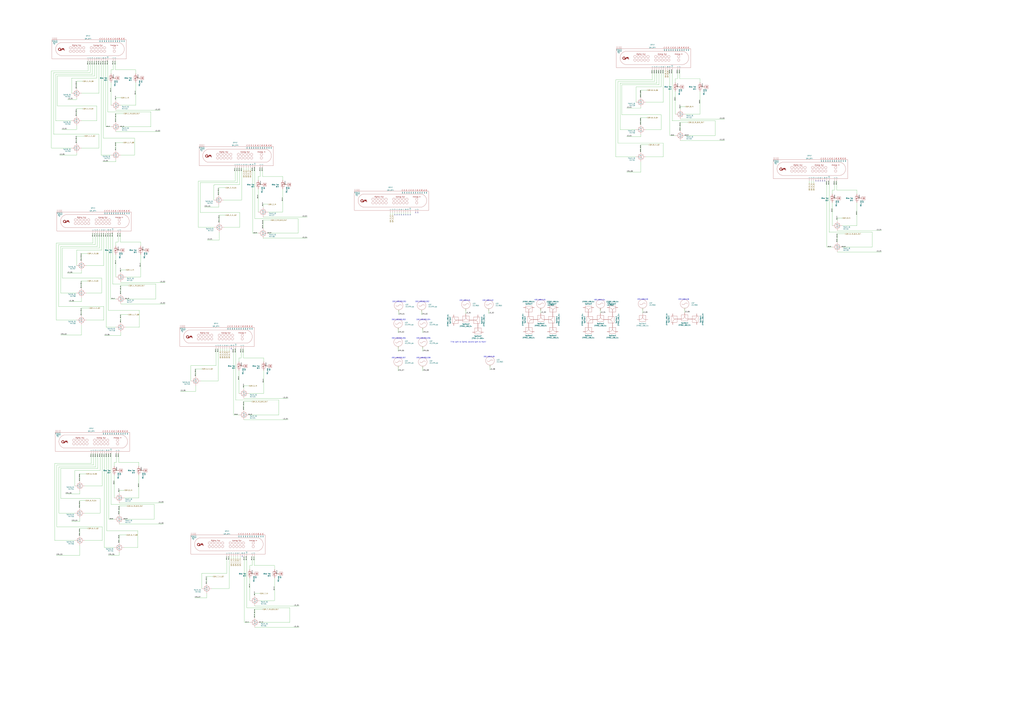
<source format=kicad_sch>
(kicad_sch (version 20230121) (generator eeschema)
  (paper "A0")
  (no_connect (at 949.96 210.185))
  (no_connect (at 947.42 210.185))
  (no_connect (at 458.47 249.555))
  (no_connect (at 957.58 210.185))
  (no_connect (at 955.04 210.185))
  (no_connect (at 471.17 249.555))
  (no_connect (at 482.6 247.015))
  (no_connect (at 476.25 249.555))
  (no_connect (at 485.14 247.015))
  (no_connect (at 281.305 646.43))
  (no_connect (at 463.55 249.555))
  (no_connect (at 952.5 210.185))
  (no_connect (at 468.63 249.555))
  (no_connect (at 473.71 249.555))
  (no_connect (at 466.09 249.555))
  (no_connect (at 268.605 405.13))
  (no_connect (at 461.01 249.555))
  (wire (pts (xy 72.39 323.088) (xy 72.39 288.29)))
  (wire (pts (xy 140.335 386.08) (xy 140.335 389.89)))
  (wire (pts (xy 331.47 214.503) (xy 330.835 214.503)))
  (wire (pts (xy 226.06 694.69) (xy 240.03 694.69)))
  (wire (pts (xy 972.185 271.653) (xy 981.075 271.653)))
  (wire (pts (xy 128.27 271.018) (xy 128.27 347.345)))
  (wire (pts (xy 830.58 140.335) (xy 780.415 140.335)))
  (wire (pts (xy 767.715 100.965) (xy 767.715 81.28)))
  (wire (pts (xy 541.02 358.775) (xy 541.02 364.49)))
  (wire (pts (xy 132.08 90.678) (xy 131.445 90.678)))
  (wire (pts (xy 134.62 128.27) (xy 186.055 128.27)))
  (wire (pts (xy 302.895 214.503) (xy 302.26 214.503)))
  (wire (pts (xy 70.358 340.36) (xy 88.9 340.36)))
  (wire (pts (xy 346.075 271.018) (xy 346.075 254)))
  (wire (pts (xy 100.33 308.483) (xy 120.65 308.483)))
  (wire (pts (xy 998.22 230.378) (xy 997.585 230.378)))
  (wire (pts (xy 568.96 424.22) (xy 568.96 429.895)))
  (wire (pts (xy 94.615 140.335) (xy 112.395 140.335)))
  (wire (pts (xy 98.425 564.515) (xy 118.745 564.515)))
  (wire (pts (xy 94.615 377.825) (xy 94.615 389.255)))
  (wire (pts (xy 92.71 601.98) (xy 92.71 605.79)))
  (wire (pts (xy 489.585 360.045) (xy 489.585 365.76)))
  (wire (pts (xy 180.975 347.345) (xy 180.975 330.073)))
  (wire (pts (xy 99.06 581.66) (xy 92.71 581.66)))
  (wire (pts (xy 102.235 70.993) (xy 102.235 82.423)))
  (wire (pts (xy 302.26 204.978) (xy 302.26 194.945)))
  (wire (pts (xy 789.94 151.765) (xy 789.94 142.24)))
  (wire (pts (xy 88.9 180.34) (xy 88.9 177.8)))
  (wire (pts (xy 727.71 158.75) (xy 744.22 158.75)))
  (wire (pts (xy 88.9 150.495) (xy 88.9 146.05)))
  (wire (pts (xy 92.71 581.66) (xy 92.71 590.042)))
  (wire (pts (xy 120.65 371.983) (xy 120.65 356.108)))
  (wire (pts (xy 157.48 95.758) (xy 157.48 122.428)))
  (wire (pts (xy 717.55 166.37) (xy 717.55 94.615)))
  (wire (pts (xy 68.453 596.265) (xy 68.453 542.544)))
  (wire (pts (xy 59.69 171.958) (xy 83.185 171.958)))
  (wire (pts (xy 462.28 381) (xy 462.28 386.715)))
  (wire (pts (xy 131.445 81.153) (xy 131.445 70.993)))
  (wire (pts (xy 156.21 160.528) (xy 120.015 160.528)))
  (wire (pts (xy 94.615 334.645) (xy 94.615 326.39)))
  (wire (pts (xy 290.83 194.945) (xy 290.83 197.485)))
  (wire (pts (xy 299.72 204.978) (xy 302.26 204.978)))
  (wire (pts (xy 180.975 330.073) (xy 130.81 330.073)))
  (wire (pts (xy 175.26 147.32) (xy 175.26 130.048)))
  (wire (pts (xy 490.855 402.61) (xy 490.855 408.305)))
  (wire (pts (xy 221.615 442.595) (xy 221.615 424.815)))
  (wire (pts (xy 88.9 308.483) (xy 88.9 290.703)))
  (wire (pts (xy 86.995 564.515) (xy 86.995 546.735)))
  (wire (pts (xy 995.045 220.853) (xy 995.045 225.298)))
  (wire (pts (xy 263.525 405.13) (xy 263.525 407.67)))
  (wire (pts (xy 134.62 380.238) (xy 123.19 380.238)))
  (wire (pts (xy 295.275 657.098) (xy 318.77 657.098)))
  (wire (pts (xy 323.85 481.965) (xy 323.85 464.82)))
  (wire (pts (xy 254 218.186) (xy 254 226.695)))
  (wire (pts (xy 146.05 380.238) (xy 161.925 380.238)))
  (wire (pts (xy 138.43 572.77) (xy 138.43 569.595)))
  (wire (pts (xy 293.37 666.623) (xy 292.735 666.623)))
  (wire (pts (xy 92.71 605.79) (xy 83.185 605.79)))
  (wire (pts (xy 138.43 569.595) (xy 144.145 569.595)))
  (wire (pts (xy 273.685 464.82) (xy 273.685 405.13)))
  (wire (pts (xy 260.35 264.16) (xy 278.257 264.16)))
  (wire (pts (xy 453.39 247.015) (xy 453.39 249.555)))
  (wire (pts (xy 230.378 210.439) (xy 273.05 210.439)))
  (wire (pts (xy 161.29 578.485) (xy 144.145 578.485)))
  (wire (pts (xy 83.185 108.458) (xy 83.185 90.678)))
  (wire (pts (xy 789.305 91.44) (xy 789.305 81.28)))
  (wire (pts (xy 972.185 256.54) (xy 972.185 253.238)))
  (wire (pts (xy 94.615 294.513) (xy 94.615 302.768)))
  (wire (pts (xy 770.255 182.245) (xy 770.255 166.37)))
  (wire (pts (xy 304.8 204.978) (xy 328.295 204.978)))
  (wire (pts (xy 113.665 527.05) (xy 113.665 544.322)))
  (wire (pts (xy 717.55 94.615) (xy 760.095 94.615)))
  (wire (pts (xy 966.47 225.298) (xy 966.47 220.853)))
  (wire (pts (xy 305.435 240.665) (xy 305.435 237.363)))
  (wire (pts (xy 305.435 276.86) (xy 356.87 276.86)))
  (wire (pts (xy 305.435 255.778) (xy 314.325 255.778)))
  (wire (pts (xy 939.8 210.185) (xy 939.8 212.725)))
  (wire (pts (xy 283.21 194.945) (xy 283.21 197.485)))
  (wire (pts (xy 128.905 122.428) (xy 128.905 95.758)))
  (wire (pts (xy 336.55 706.12) (xy 286.385 706.12)))
  (wire (pts (xy 285.75 194.945) (xy 285.75 197.485)))
  (wire (pts (xy 760.095 81.28) (xy 760.095 94.615)))
  (wire (pts (xy 283.21 476.25) (xy 283.21 466.598)))
  (wire (pts (xy 295.91 728.98) (xy 347.345 728.98)))
  (wire (pts (xy 104.775 70.993) (xy 104.775 84.328)))
  (wire (pts (xy 744.22 200.025) (xy 744.22 187.96)))
  (wire (pts (xy 70.358 340.36) (xy 70.358 286.512)))
  (wire (pts (xy 121.285 636.27) (xy 121.285 527.05)))
  (wire (pts (xy 92.71 622.3) (xy 92.71 614.045)))
  (wire (pts (xy 309.245 425.323) (xy 308.61 425.323)))
  (wire (pts (xy 88.9 134.62) (xy 88.9 126.365)))
  (wire (pts (xy 812.8 106.045) (xy 812.8 132.715)))
  (wire (pts (xy 107.95 271.018) (xy 107.95 282.448)))
  (wire (pts (xy 140.335 353.06) (xy 191.77 353.06)))
  (wire (pts (xy 65.405 371.983) (xy 88.9 371.983)))
  (wire (pts (xy 323.85 464.82) (xy 273.685 464.82)))
  (wire (pts (xy 787.4 100.965) (xy 786.765 100.965)))
  (wire (pts (xy 59.69 82.423) (xy 59.69 171.958)))
  (wire (pts (xy 144.145 603.25) (xy 179.07 603.25)))
  (wire (pts (xy 94.615 171.958) (xy 114.935 171.958)))
  (wire (pts (xy 140.335 328.295) (xy 191.77 328.295)))
  (wire (pts (xy 254.635 269.875) (xy 254.635 278.765)))
  (wire (pts (xy 283.21 462.915) (xy 334.645 462.915)))
  (wire (pts (xy 1012.825 269.875) (xy 962.66 269.875)))
  (wire (pts (xy 123.19 380.238) (xy 123.19 271.018)))
  (wire (pts (xy 305.435 252.095) (xy 356.87 252.095)))
  (wire (pts (xy 255.905 405.13) (xy 255.905 407.67)))
  (wire (pts (xy 301.625 723.265) (xy 336.55 723.265)))
  (wire (pts (xy 78.74 115.697) (xy 88.9 115.697)))
  (wire (pts (xy 88.9 290.703) (xy 118.11 290.703)))
  (wire (pts (xy 972.185 292.735) (xy 1023.62 292.735)))
  (wire (pts (xy 471.17 247.015) (xy 471.17 249.555)))
  (wire (pts (xy 67.945 284.353) (xy 110.49 284.353)))
  (wire (pts (xy 277.495 457.2) (xy 277.495 430.403)))
  (wire (pts (xy 490.855 425.49) (xy 490.855 431.165)))
  (wire (pts (xy 65.405 282.448) (xy 65.405 371.983)))
  (wire (pts (xy 784.225 157.48) (xy 777.875 157.48)))
  (wire (pts (xy 966.47 287.02) (xy 960.12 287.02)))
  (wire (pts (xy 306.07 415.798) (xy 306.07 420.243)))
  (wire (pts (xy 795.655 157.48) (xy 830.58 157.48)))
  (wire (pts (xy 88.9 166.243) (xy 88.9 157.988)))
  (wire (pts (xy 789.305 91.44) (xy 812.8 91.44)))
  (wire (pts (xy 744.22 125.73) (xy 744.22 124.46)))
  (wire (pts (xy 306.07 430.403) (xy 306.07 457.2)))
  (wire (pts (xy 139.7 281.178) (xy 139.7 271.018)))
  (wire (pts (xy 92.71 645.16) (xy 92.71 633.73)))
  (wire (pts (xy 278.13 214.63) (xy 278.13 194.945)))
  (wire (pts (xy 120.65 308.483) (xy 120.65 271.018)))
  (wire (pts (xy 125.73 645.16) (xy 138.43 645.16)))
  (wire (pts (xy 275.59 194.945) (xy 275.59 212.217)))
  (wire (pts (xy 137.795 537.21) (xy 137.795 527.05)))
  (wire (pts (xy 476.25 247.015) (xy 476.25 249.555)))
  (wire (pts (xy 88.9 115.697) (xy 88.9 114.173)))
  (wire (pts (xy 88.9 126.365) (xy 95.885 126.365)))
  (wire (pts (xy 789.94 163.195) (xy 841.375 163.195)))
  (wire (pts (xy 283.845 646.43) (xy 283.845 723.265)))
  (wire (pts (xy 969.645 230.378) (xy 969.01 230.378)))
  (wire (pts (xy 133.985 81.153) (xy 133.985 70.993)))
  (wire (pts (xy 770.255 118.745) (xy 770.255 81.28)))
  (wire (pts (xy 715.01 92.71) (xy 715.01 182.245)))
  (wire (pts (xy 280.67 232.41) (xy 280.67 194.945)))
  (wire (pts (xy 461.01 247.015) (xy 461.01 249.555)))
  (wire (pts (xy 122.555 70.993) (xy 122.555 147.32)))
  (wire (pts (xy 977.9 287.02) (xy 1012.825 287.02)))
  (wire (pts (xy 163.195 295.783) (xy 163.195 321.945)))
  (wire (pts (xy 283.21 448.183) (xy 288.925 448.183)))
  (wire (pts (xy 80.01 350.52) (xy 94.615 350.52)))
  (wire (pts (xy 175.26 130.048) (xy 125.095 130.048)))
  (wire (pts (xy 305.435 237.363) (xy 311.15 237.363)))
  (wire (pts (xy 455.93 247.015) (xy 455.93 249.555)))
  (wire (pts (xy 66.04 612.14) (xy 66.04 540.385)))
  (wire (pts (xy 715.01 182.245) (xy 738.505 182.245)))
  (wire (pts (xy 288.925 481.965) (xy 323.85 481.965)))
  (wire (pts (xy 299.72 271.018) (xy 293.37 271.018)))
  (wire (pts (xy 115.57 271.018) (xy 115.57 288.29)))
  (wire (pts (xy 134.62 281.178) (xy 137.16 281.178)))
  (wire (pts (xy 311.15 271.018) (xy 346.075 271.018)))
  (wire (pts (xy 295.91 704.215) (xy 295.91 703.58)))
  (wire (pts (xy 770.255 166.37) (xy 717.55 166.37)))
  (wire (pts (xy 468.63 247.015) (xy 468.63 249.555)))
  (wire (pts (xy 336.55 723.265) (xy 336.55 706.12)))
  (wire (pts (xy 71.755 150.495) (xy 88.9 150.495)))
  (wire (pts (xy 749.935 150.495) (xy 767.715 150.495)))
  (wire (pts (xy 88.9 94.488) (xy 88.9 102.743)))
  (wire (pts (xy 466.09 247.015) (xy 466.09 249.555)))
  (wire (pts (xy 140.335 365.633) (xy 148.59 365.633)))
  (wire (pts (xy 721.995 98.552) (xy 765.175 98.552)))
  (wire (pts (xy 138.43 630.555) (xy 138.43 621.665)))
  (wire (pts (xy 277.495 415.798) (xy 280.035 415.798)))
  (wire (pts (xy 160.02 616.585) (xy 123.825 616.585)))
  (wire (pts (xy 126.365 527.05) (xy 126.365 603.25)))
  (wire (pts (xy 290.195 661.543) (xy 290.195 657.098)))
  (wire (pts (xy 305.435 265.303) (xy 305.435 255.778)))
  (wire (pts (xy 567.69 358.775) (xy 567.69 364.49)))
  (wire (pts (xy 94.615 317.5) (xy 94.615 314.198)))
  (wire (pts (xy 116.205 546.735) (xy 116.205 527.05)))
  (wire (pts (xy 972.185 267.97) (xy 1023.62 267.97)))
  (wire (pts (xy 972.185 253.238) (xy 977.9 253.238)))
  (wire (pts (xy 815.975 100.965) (xy 815.34 100.965)))
  (wire (pts (xy 107.315 70.993) (xy 107.315 86.487)))
  (wire (pts (xy 138.43 584.2) (xy 189.865 584.2)))
  (wire (pts (xy 140.335 331.978) (xy 149.225 331.978)))
  (wire (pts (xy 92.71 550.545) (xy 99.695 550.545)))
  (wire (pts (xy 290.195 723.265) (xy 283.845 723.265)))
  (wire (pts (xy 86.995 546.735) (xy 116.205 546.735)))
  (wire (pts (xy 137.16 281.178) (xy 137.16 271.018)))
  (wire (pts (xy 134.62 131.953) (xy 143.51 131.953)))
  (wire (pts (xy 62.23 156.083) (xy 62.23 84.328)))
  (wire (pts (xy 767.715 133.35) (xy 721.995 133.35)))
  (wire (pts (xy 65.405 645.16) (xy 92.71 645.16)))
  (wire (pts (xy 232.41 246.761) (xy 232.41 212.217)))
  (wire (pts (xy 118.11 290.703) (xy 118.11 271.018)))
  (wire (pts (xy 138.43 645.16) (xy 138.43 641.985)))
  (wire (pts (xy 462.915 360.045) (xy 462.915 365.76)))
  (wire (pts (xy 125.095 130.048) (xy 125.095 70.993)))
  (wire (pts (xy 295.91 707.898) (xy 304.8 707.898)))
  (wire (pts (xy 962.66 269.875) (xy 962.66 210.185)))
  (wire (pts (xy 164.465 546.735) (xy 163.83 546.735)))
  (wire (pts (xy 295.91 692.15) (xy 295.91 689.483)))
  (wire (pts (xy 134.62 285.623) (xy 134.62 281.178)))
  (wire (pts (xy 140.335 180.213) (xy 156.21 180.213)))
  (wire (pts (xy 135.255 537.21) (xy 135.255 527.05)))
  (wire (pts (xy 118.745 628.015) (xy 118.745 612.14)))
  (wire (pts (xy 78.74 115.57) (xy 78.74 115.697)))
  (wire (pts (xy 116.205 596.265) (xy 116.205 579.12)))
  (wire (pts (xy 266.065 683.895) (xy 266.065 646.43)))
  (wire (pts (xy 62.23 84.328) (xy 104.775 84.328)))
  (wire (pts (xy 318.77 697.865) (xy 301.625 697.865)))
  (wire (pts (xy 134.62 185.928) (xy 134.62 187.96)))
  (wire (pts (xy 138.43 621.665) (xy 146.685 621.665)))
  (wire (pts (xy 749.935 182.245) (xy 770.255 182.245)))
  (wire (pts (xy 76.2 574.04) (xy 92.71 574.04)))
  (wire (pts (xy 744.22 104.775) (xy 751.205 104.775)))
  (wire (pts (xy 254.635 258.445) (xy 254.635 250.063)))
  (wire (pts (xy 110.49 271.018) (xy 110.49 284.353)))
  (wire (pts (xy 128.905 586.105) (xy 128.905 527.05)))
  (wire (pts (xy 757.555 81.28) (xy 757.555 92.71)))
  (wire (pts (xy 248.285 215.011) (xy 248.92 215.011)))
  (wire (pts (xy 230.378 264.16) (xy 230.378 210.439)))
  (wire (pts (xy 304.8 204.978) (xy 304.8 194.945)))
  (wire (pts (xy 1012.825 287.02) (xy 1012.825 269.875)))
  (wire (pts (xy 812.8 91.44) (xy 812.8 95.885)))
  (wire (pts (xy 290.195 657.098) (xy 292.735 657.098)))
  (wire (pts (xy 63.5 538.48) (xy 63.5 628.015)))
  (wire (pts (xy 140.335 313.563) (xy 146.05 313.563)))
  (wire (pts (xy 68.453 596.265) (xy 86.995 596.265)))
  (wire (pts (xy 92.71 550.545) (xy 92.71 558.8)))
  (wire (pts (xy 140.335 147.32) (xy 175.26 147.32)))
  (wire (pts (xy 78.105 317.5) (xy 94.615 317.5)))
  (wire (pts (xy 744.22 176.53) (xy 744.22 168.275)))
  (wire (pts (xy 278.257 264.16) (xy 278.257 246.761)))
  (wire (pts (xy 259.715 232.41) (xy 280.67 232.41)))
  (wire (pts (xy 68.453 542.544) (xy 111.125 542.544)))
  (wire (pts (xy 160.02 636.27) (xy 160.02 616.585)))
  (wire (pts (xy 944.88 210.185) (xy 944.88 212.725)))
  (wire (pts (xy 245.745 683.895) (xy 266.065 683.895)))
  (wire (pts (xy 94.615 294.513) (xy 101.6 294.513)))
  (wire (pts (xy 128.905 180.213) (xy 117.475 180.213)))
  (wire (pts (xy 254 240.665) (xy 254 238.125)))
  (wire (pts (xy 163.195 321.945) (xy 146.05 321.945)))
  (wire (pts (xy 295.275 657.098) (xy 295.275 646.43)))
  (wire (pts (xy 727.71 125.73) (xy 744.22 125.73)))
  (wire (pts (xy 719.963 150.495) (xy 738.505 150.495)))
  (wire (pts (xy 163.195 281.178) (xy 163.195 285.623)))
  (wire (pts (xy 116.205 579.12) (xy 70.485 579.12)))
  (wire (pts (xy 830.58 157.48) (xy 830.58 140.335)))
  (wire (pts (xy 132.715 541.655) (xy 132.715 537.21)))
  (wire (pts (xy 248.285 215.011) (xy 248.285 232.41)))
  (wire (pts (xy 70.485 544.322) (xy 113.665 544.322)))
  (wire (pts (xy 283.21 466.598) (xy 292.1 466.598)))
  (wire (pts (xy 70.485 389.255) (xy 94.615 389.255)))
  (wire (pts (xy 995.045 262.255) (xy 977.9 262.255)))
  (wire (pts (xy 161.29 551.815) (xy 161.29 578.485)))
  (wire (pts (xy 72.39 288.29) (xy 115.57 288.29)))
  (wire (pts (xy 757.555 92.71) (xy 715.01 92.71)))
  (wire (pts (xy 969.01 220.853) (xy 969.01 210.185)))
  (wire (pts (xy 277.495 481.965) (xy 271.145 481.965)))
  (wire (pts (xy 784.225 91.44) (xy 786.765 91.44)))
  (wire (pts (xy 161.925 360.553) (xy 125.73 360.553)))
  (wire (pts (xy 138.43 608.965) (xy 189.865 608.965)))
  (wire (pts (xy 114.935 108.458) (xy 114.935 70.993)))
  (wire (pts (xy 263.525 666.115) (xy 263.525 646.43)))
  (wire (pts (xy 134.62 128.27) (xy 134.62 128.143)))
  (wire (pts (xy 240.665 278.765) (xy 254.635 278.765)))
  (wire (pts (xy 995.045 235.458) (xy 995.045 262.255)))
  (wire (pts (xy 69.215 180.34) (xy 88.9 180.34)))
  (wire (pts (xy 111.125 527.05) (xy 111.125 542.544)))
  (wire (pts (xy 765.175 81.28) (xy 765.175 98.552)))
  (wire (pts (xy 971.55 220.853) (xy 995.045 220.853)))
  (wire (pts (xy 144.145 636.27) (xy 160.02 636.27)))
  (wire (pts (xy 94.615 108.458) (xy 114.935 108.458)))
  (wire (pts (xy 139.7 281.178) (xy 163.195 281.178)))
  (wire (pts (xy 762.635 81.28) (xy 762.635 96.774)))
  (wire (pts (xy 744.22 158.75) (xy 744.22 156.21)))
  (wire (pts (xy 94.615 358.013) (xy 103.505 358.013)))
  (wire (pts (xy 140.335 327.66) (xy 140.335 328.295)))
  (wire (pts (xy 118.745 564.515) (xy 118.745 527.05)))
  (wire (pts (xy 70.485 579.12) (xy 70.485 544.322)))
  (wire (pts (xy 777.875 81.28) (xy 777.875 157.48)))
  (wire (pts (xy 227.33 428.625) (xy 234.315 428.625)))
  (wire (pts (xy 64.643 140.335) (xy 83.185 140.335)))
  (wire (pts (xy 132.715 578.485) (xy 132.715 551.815)))
  (wire (pts (xy 179.07 586.105) (xy 128.905 586.105)))
  (wire (pts (xy 94.615 326.39) (xy 101.6 326.39)))
  (wire (pts (xy 250.825 424.815) (xy 250.825 405.13)))
  (wire (pts (xy 83.185 90.678) (xy 112.395 90.678)))
  (wire (pts (xy 268.605 646.43) (xy 268.605 648.97)))
  (wire (pts (xy 789.94 123.825) (xy 795.655 123.825)))
  (wire (pts (xy 744.22 104.775) (xy 744.22 113.03)))
  (wire (pts (xy 248.92 215.011) (xy 248.92 214.63)))
  (wire (pts (xy 240.03 669.925) (xy 240.03 678.18)))
  (wire (pts (xy 113.03 271.018) (xy 113.03 286.512)))
  (wire (pts (xy 140.335 316.23) (xy 140.335 313.563)))
  (wire (pts (xy 306.07 457.2) (xy 288.925 457.2)))
  (wire (pts (xy 140.335 341.63) (xy 140.335 331.978)))
  (wire (pts (xy 328.295 204.978) (xy 328.295 209.423)))
  (wire (pts (xy 321.945 666.623) (xy 321.31 666.623)))
  (wire (pts (xy 295.91 717.55) (xy 295.91 707.898)))
  (wire (pts (xy 88.9 94.488) (xy 95.885 94.488)))
  (wire (pts (xy 134.62 116.713) (xy 134.62 113.538)))
  (wire (pts (xy 230.378 264.16) (xy 248.92 264.16)))
  (wire (pts (xy 118.11 340.36) (xy 118.11 323.088)))
  (wire (pts (xy 749.935 118.745) (xy 770.255 118.745)))
  (wire (pts (xy 767.715 150.495) (xy 767.715 133.35)))
  (wire (pts (xy 280.035 415.798) (xy 280.035 405.13)))
  (wire (pts (xy 161.29 537.21) (xy 161.29 541.655)))
  (wire (pts (xy 462.28 425.48) (xy 462.28 431.165)))
  (wire (pts (xy 254 218.186) (xy 261.747 218.186)))
  (wire (pts (xy 280.67 425.323) (xy 280.035 425.323)))
  (wire (pts (xy 942.34 210.185) (xy 942.34 212.725)))
  (wire (pts (xy 283.21 451.485) (xy 283.21 448.183)))
  (wire (pts (xy 278.257 246.761) (xy 232.41 246.761)))
  (wire (pts (xy 221.615 424.815) (xy 250.825 424.815)))
  (wire (pts (xy 138.43 597.535) (xy 138.43 588.01)))
  (wire (pts (xy 118.745 612.14) (xy 66.04 612.14)))
  (wire (pts (xy 283.21 487.68) (xy 334.645 487.68)))
  (wire (pts (xy 789.94 127) (xy 789.94 123.825)))
  (wire (pts (xy 282.575 415.798) (xy 306.07 415.798)))
  (wire (pts (xy 789.94 142.24) (xy 798.83 142.24)))
  (wire (pts (xy 118.11 323.088) (xy 72.39 323.088)))
  (wire (pts (xy 744.22 136.652) (xy 751.205 136.652)))
  (wire (pts (xy 795.02 358.14) (xy 795.02 363.22)))
  (wire (pts (xy 697.23 358.14) (xy 697.23 363.855)))
  (wire (pts (xy 137.795 290.703) (xy 137.16 290.703)))
  (wire (pts (xy 746.125 358.14) (xy 746.125 363.845)))
  (wire (pts (xy 295.91 704.215) (xy 347.345 704.215)))
  (wire (pts (xy 179.07 603.25) (xy 179.07 586.105)))
  (wire (pts (xy 784.225 95.885) (xy 784.225 91.44)))
  (wire (pts (xy 744.22 144.78) (xy 744.22 136.652)))
  (wire (pts (xy 130.81 330.073) (xy 130.81 271.018)))
  (wire (pts (xy 966.47 220.853) (xy 969.01 220.853)))
  (wire (pts (xy 628.015 358.14) (xy 628.015 363.855)))
  (wire (pts (xy 318.77 671.703) (xy 318.77 697.865)))
  (wire (pts (xy 121.285 389.89) (xy 140.335 389.89)))
  (wire (pts (xy 138.43 588.01) (xy 147.32 588.01)))
  (wire (pts (xy 266.065 405.13) (xy 266.065 407.67)))
  (wire (pts (xy 114.935 156.083) (xy 62.23 156.083)))
  (wire (pts (xy 786.765 91.44) (xy 786.765 81.28)))
  (wire (pts (xy 234.315 666.115) (xy 263.525 666.115)))
  (wire (pts (xy 960.12 210.185) (xy 960.12 287.02)))
  (wire (pts (xy 66.675 123.063) (xy 66.675 88.265)))
  (wire (pts (xy 117.475 180.213) (xy 117.475 70.993)))
  (wire (pts (xy 134.62 321.945) (xy 134.62 295.783)))
  (wire (pts (xy 232.41 212.217) (xy 275.59 212.217)))
  (wire (pts (xy 134.62 113.538) (xy 140.335 113.538)))
  (wire (pts (xy 271.145 405.13) (xy 271.145 481.965)))
  (wire (pts (xy 100.33 371.983) (xy 120.65 371.983)))
  (wire (pts (xy 119.38 187.96) (xy 134.62 187.96)))
  (wire (pts (xy 106.045 527.05) (xy 106.045 538.48)))
  (wire (pts (xy 295.91 254) (xy 295.91 194.945)))
  (wire (pts (xy 88.9 157.988) (xy 97.79 157.988)))
  (wire (pts (xy 132.715 636.27) (xy 121.285 636.27)))
  (wire (pts (xy 132.715 537.21) (xy 135.255 537.21)))
  (wire (pts (xy 102.235 82.423) (xy 59.69 82.423)))
  (wire (pts (xy 134.62 174.498) (xy 134.62 165.608)))
  (wire (pts (xy 780.415 140.335) (xy 780.415 81.28)))
  (wire (pts (xy 132.715 603.25) (xy 126.365 603.25)))
  (wire (pts (xy 271.145 646.43) (xy 271.145 648.97)))
  (wire (pts (xy 719.963 150.495) (xy 719.963 96.774)))
  (wire (pts (xy 789.94 138.43) (xy 841.375 138.43)))
  (wire (pts (xy 248.92 214.63) (xy 278.13 214.63)))
  (wire (pts (xy 253.365 442.595) (xy 253.365 405.13)))
  (wire (pts (xy 295.91 689.483) (xy 301.625 689.483)))
  (wire (pts (xy 146.05 347.345) (xy 180.975 347.345)))
  (wire (pts (xy 490.855 381) (xy 490.855 386.715)))
  (wire (pts (xy 134.62 347.345) (xy 128.27 347.345)))
  (wire (pts (xy 92.71 614.045) (xy 101.6 614.045)))
  (wire (pts (xy 286.385 706.12) (xy 286.385 646.43)))
  (wire (pts (xy 318.77 657.098) (xy 318.77 661.543)))
  (wire (pts (xy 282.575 415.798) (xy 282.575 405.13)))
  (wire (pts (xy 234.315 683.895) (xy 234.315 666.115)))
  (wire (pts (xy 157.48 81.153) (xy 157.48 85.598)))
  (wire (pts (xy 458.47 247.015) (xy 458.47 249.555)))
  (wire (pts (xy 134.62 153.035) (xy 186.055 153.035)))
  (wire (pts (xy 128.905 147.32) (xy 122.555 147.32)))
  (wire (pts (xy 92.71 574.04) (xy 92.71 570.23)))
  (wire (pts (xy 134.62 165.608) (xy 142.875 165.608)))
  (wire (pts (xy 299.72 246.38) (xy 299.72 219.583)))
  (wire (pts (xy 277.495 420.243) (xy 277.495 415.798)))
  (wire (pts (xy 292.735 657.098) (xy 292.735 646.43)))
  (wire (pts (xy 64.643 86.487) (xy 107.315 86.487)))
  (wire (pts (xy 328.295 246.38) (xy 311.15 246.38)))
  (wire (pts (xy 106.045 538.48) (xy 63.5 538.48)))
  (wire (pts (xy 784.225 132.715) (xy 784.225 106.045)))
  (wire (pts (xy 109.855 70.993) (xy 109.855 88.265)))
  (wire (pts (xy 462.28 402.6) (xy 462.28 408.305)))
  (wire (pts (xy 276.225 646.43) (xy 276.225 648.97)))
  (wire (pts (xy 112.395 123.063) (xy 66.675 123.063)))
  (wire (pts (xy 971.55 220.853) (xy 971.55 210.185)))
  (wire (pts (xy 123.825 616.585) (xy 123.825 527.05)))
  (wire (pts (xy 137.795 537.21) (xy 161.29 537.21)))
  (wire (pts (xy 293.37 194.945) (xy 293.37 271.018)))
  (wire (pts (xy 273.685 646.43) (xy 273.685 648.97)))
  (wire (pts (xy 473.71 247.015) (xy 473.71 249.555)))
  (wire (pts (xy 812.8 132.715) (xy 795.655 132.715)))
  (wire (pts (xy 233.045 442.595) (xy 253.365 442.595)))
  (wire (pts (xy 227.33 428.625) (xy 227.33 436.88)))
  (wire (pts (xy 140.335 374.523) (xy 140.335 365.633)))
  (wire (pts (xy 721.995 133.35) (xy 721.995 98.552)))
  (wire (pts (xy 209.55 454.66) (xy 227.33 454.66)))
  (wire (pts (xy 157.48 122.428) (xy 140.335 122.428)))
  (wire (pts (xy 64.643 140.335) (xy 64.643 86.487)))
  (wire (pts (xy 114.935 171.958) (xy 114.935 156.083)))
  (wire (pts (xy 288.29 194.945) (xy 288.29 197.485)))
  (wire (pts (xy 112.395 140.335) (xy 112.395 123.063)))
  (wire (pts (xy 328.295 219.583) (xy 328.295 246.38)))
  (wire (pts (xy 237.49 240.665) (xy 254 240.665)))
  (wire (pts (xy 134.62 141.605) (xy 134.62 131.953)))
  (wire (pts (xy 719.963 96.774) (xy 762.635 96.774)))
  (wire (pts (xy 305.435 276.86) (xy 305.435 276.733)))
  (wire (pts (xy 346.075 254) (xy 295.91 254)))
  (wire (pts (xy 254.635 250.063) (xy 261.747 250.063)))
  (wire (pts (xy 227.33 454.66) (xy 227.33 448.31)))
  (wire (pts (xy 135.89 546.735) (xy 135.255 546.735)))
  (wire (pts (xy 94.615 366.268) (xy 94.615 358.013)))
  (wire (pts (xy 112.395 90.678) (xy 112.395 70.993)))
  (wire (pts (xy 278.765 646.43) (xy 278.765 648.97)))
  (wire (pts (xy 273.05 194.945) (xy 273.05 210.439)))
  (wire (pts (xy 120.65 356.108) (xy 67.945 356.108)))
  (wire (pts (xy 128.905 81.153) (xy 131.445 81.153)))
  (wire (pts (xy 67.945 356.108) (xy 67.945 284.353)))
  (wire (pts (xy 463.55 247.015) (xy 463.55 249.555)))
  (wire (pts (xy 66.675 88.265) (xy 109.855 88.265)))
  (wire (pts (xy 66.04 540.385) (xy 108.585 540.385)))
  (wire (pts (xy 94.615 350.52) (xy 94.615 346.075)))
  (wire (pts (xy 120.015 160.528) (xy 120.015 70.993)))
  (wire (pts (xy 160.655 90.678) (xy 160.02 90.678)))
  (wire (pts (xy 966.47 262.255) (xy 966.47 235.458)))
  (wire (pts (xy 108.585 527.05) (xy 108.585 540.385)))
  (wire (pts (xy 240.03 669.925) (xy 247.015 669.925)))
  (wire (pts (xy 727.71 200.025) (xy 744.22 200.025)))
  (wire (pts (xy 161.925 380.238) (xy 161.925 360.553)))
  (wire (pts (xy 166.37 290.703) (xy 165.735 290.703)))
  (wire (pts (xy 98.425 596.265) (xy 116.205 596.265)))
  (wire (pts (xy 63.5 628.015) (xy 86.995 628.015)))
  (wire (pts (xy 290.195 697.865) (xy 290.195 671.703)))
  (wire (pts (xy 98.425 628.015) (xy 118.745 628.015)))
  (wire (pts (xy 738.505 118.745) (xy 738.505 100.965)))
  (wire (pts (xy 100.33 340.36) (xy 118.11 340.36)))
  (wire (pts (xy 240.03 694.69) (xy 240.03 689.61)))
  (wire (pts (xy 299.72 209.423) (xy 299.72 204.978)))
  (wire (pts (xy 125.73 360.553) (xy 125.73 271.018)))
  (wire (pts (xy 738.505 100.965) (xy 767.715 100.965)))
  (wire (pts (xy 70.358 286.512) (xy 113.03 286.512)))
  (wire (pts (xy 972.185 281.305) (xy 972.185 271.653)))
  (wire (pts (xy 156.21 180.213) (xy 156.21 160.528)))
  (wire (pts (xy 133.985 81.153) (xy 157.48 81.153)))
  (wire (pts (xy 260.985 405.13) (xy 260.985 407.67)))
  (wire (pts (xy 128.905 85.598) (xy 128.905 81.153)))
  (wire (pts (xy 107.95 282.448) (xy 65.405 282.448)))
  (wire (pts (xy 258.445 405.13) (xy 258.445 407.67)))
  (wire (pts (xy 744.22 168.275) (xy 753.11 168.275)))
  (text "192.168.000.208" (at 483.235 416.56 0) (effects (font (size 1.27 1.27)) (justify left bottom)))
  (text "192.168.0.39" (at 561.34 415.29 0) (effects (font (size 1.27 1.27)) (justify left bottom)))
  (text "192.168.0.34" (at 689.61 349.25 0) (effects (font (size 1.27 1.27)) (justify left bottom)))
  (text "192.168.000.203" (at 454.66 372.11 0) (effects (font (size 1.27 1.27)) (justify left bottom)))
  (text "192.168.000.201" (at 455.295 351.155 0) (effects (font (size 1.27 1.27)) (justify left bottom)))
  (text "192.168.0.35" (at 739.775 348.615 0) (effects (font (size 1.27 1.27)) (justify left bottom)))
  (text "192.168.000.206" (at 483.235 393.7 0) (effects (font (size 1.27 1.27)) (justify left bottom)))
  (text "192.168.0.33" (at 620.395 349.25 0) (effects (font (size 1.27 1.27)) (justify left bottom)))
  (text "192.168.0.32" (at 560.07 349.885 0) (effects (font (size 1.27 1.27)) (justify left bottom)))
  (text "192.168.000.202" (at 481.965 351.155 0) (effects (font (size 1.27 1.27)) (justify left bottom)))
  (text "192.168.000.207" (at 454.66 416.56 0) (effects (font (size 1.27 1.27)) (justify left bottom)))
  (text "192.168.0.36" (at 787.4 348.615 0) (effects (font (size 1.27 1.27)) (justify left bottom)))
  (text "Frist split to SpinQ, second split to Marki\n" (at 523.24 398.145 0) (effects (font (size 1.27 1.27)) (justify left bottom)))
  (text "192.168.000.204" (at 483.235 372.11 0) (effects (font (size 1.27 1.27)) (justify left bottom)))
  (text "192.168.000.205" (at 454.66 393.7 0) (effects (font (size 1.27 1.27)) (justify left bottom)))
  (text "192.168.0.31" (at 533.4 349.885 0) (effects (font (size 1.27 1.27)) (justify left bottom)))
  (label "QM_6_10" (at 138.557 588.01 270) (effects (font (size 0.64 0.64))))
  (label "QM_2_IN" (at 299.72 230.378 90) (effects (font (size 0.64 0.64))))
  (label "QM_1_IN" (at 128.905 106.553 90) (effects (font (size 0.64 0.64))))
  (label "QM_5_IN" (at 280.67 425.323 90) (effects (font (size 0.64 0.64))))
  (label "QM_9_IN" (at 966.47 246.253 90) (effects (font (size 0.64 0.64))))
  (label "QM_4_IN" (at 163.195 309.753 90) (effects (font (size 0.64 0.64))))
  (label "LO_03" (at 186.055 128.27 180))
  (label "QM_8_IN" (at 812.8 120.015 90) (effects (font (size 0.64 0.64))))
  (label "LO_01" (at 78.74 115.57 0))
  (label "QM_4_10" (at 140.462 331.978 270) (effects (font (size 0.64 0.64))))
  (label "QM_4_7" (at 123.19 274.828 90) (effects (font (size 0.64 0.64))))
  (label "QM_8_9" (at 789.94 147.955 270) (effects (font (size 0.64 0.64))))
  (label "QM_4_IN" (at 139.7 274.828 90) (effects (font (size 0.64 0.64))))
  (label "QM_2_IN" (at 331.47 214.503 90) (effects (font (size 0.64 0.64))))
  (label "QM_6_8" (at 123.825 530.86 90) (effects (font (size 0.64 0.64))))
  (label "QM_5_9" (at 283.21 472.313 270) (effects (font (size 0.64 0.64))))
  (label "QM_7_9" (at 295.91 713.613 270) (effects (font (size 0.64 0.64))))
  (label "LO_03" (at 841.375 138.43 180))
  (label "QM_7_10" (at 286.385 650.748 90) (effects (font (size 0.64 0.64))))
  (label "QM_4_IN" (at 166.37 290.703 90) (effects (font (size 0.64 0.64))))
  (label "QM_7_IN" (at 321.945 666.623 90) (effects (font (size 0.64 0.64))))
  (label "QM_1_10" (at 144.145 147.32 180) (effects (font (size 0.64 0.64))))
  (label "QM_9_10" (at 981.71 287.02 180) (effects (font (size 0.64 0.64))))
  (label "QM_4_IN" (at 140.335 315.468 90) (effects (font (size 0.64 0.64))))
  (label "QM_6_8" (at 138.43 625.475 90) (effects (font (size 0.64 0.64))))
  (label "QM_7_2" (at 240.03 673.735 90) (effects (font (size 0.64 0.64))))
  (label "QM_5_IN" (at 309.245 425.323 90) (effects (font (size 0.64 0.64))))
  (label "ERA_02" (at 70.485 389.255 0))
  (label "QM_5_9" (at 271.145 409.448 90) (effects (font (size 0.64 0.64))))
  (label "QM_8_6" (at 744.22 108.585 90) (effects (font (size 0.64 0.64))))
  (label "QM_8_10" (at 780.415 85.09 90) (effects (font (size 0.64 0.64))))
  (label "ERA_03" (at 65.405 645.16 0))
  (label "QM_7_IN" (at 318.77 685.673 90) (effects (font (size 0.64 0.64))))
  (label "LO_04" (at 347.345 704.215 180))
  (label "QM_4_IN" (at 137.795 290.703 90) (effects (font (size 0.64 0.64))))
  (label "QM_4_8" (at 125.73 274.828 90) (effects (font (size 0.64 0.64))))
  (label "ERA_02" (at 489.585 365.76 0))
  (label "QM_7_IN" (at 292.735 650.748 90) (effects (font (size 0.64 0.64))))
  (label "LO_04" (at 334.645 462.915 180))
  (label "QM_8_9" (at 782.701 157.48 180) (effects (font (size 0.64 0.64))))
  (label "LO_03" (at 841.375 163.195 180))
  (label "QM_5_1" (at 227.33 436.88 90) (effects (font (size 0.64 0.64))))
  (label "LO_01" (at 727.71 125.73 0))
  (label "QM_6_IN" (at 161.29 565.785 90) (effects (font (size 0.64 0.64))))
  (label "ERA_06" (at 125.73 645.16 0))
  (label "QM_1_1" (at 102.235 74.803 90) (effects (font (size 0.64 0.64))))
  (label "QM_4_2" (at 94.615 361.823 90) (effects (font (size 0.64 0.64))))
  (label "QM_4_5" (at 94.615 302.768 90) (effects (font (size 0.64 0.64))))
  (label "QM_1_1" (at 88.9 166.243 90) (effects (font (size 0.64 0.64))))
  (label "QM_5_10" (at 292.735 481.965 180) (effects (font (size 0.64 0.64))))
  (label "QM_4_9" (at 133.096 347.345 180) (effects (font (size 0.64 0.64))))
  (label "QM_8_5" (at 744.22 113.03 90) (effects (font (size 0.64 0.64))))
  (label "LO_06" (at 78.105 317.5 0))
  (label "QM_1_9" (at 134.62 137.668 270) (effects (font (size 0.64 0.64))))
  (label "QM_7_IN" (at 290.195 682.498 90) (effects (font (size 0.64 0.64))))
  (label "QM_4_IN" (at 137.16 274.828 90) (effects (font (size 0.64 0.64))))
  (label "QM_2_10" (at 295.91 198.628 90) (effects (font (size 0.64 0.64))))
  (label "QM_4_6" (at 94.615 298.323 90) (effects (font (size 0.64 0.64))))
  (label "QM_7_IN" (at 295.91 691.388 90) (effects (font (size 0.64 0.64))))
  (label "LO_01" (at 71.755 150.495 0))
  (label "QM_7_IN" (at 293.37 666.623 90) (effects (font (size 0.64 0.64))))
  (label "QM_6_9" (at 131.191 603.25 180) (effects (font (size 0.64 0.64))))
  (label "LO_05" (at 119.38 187.96 0))
  (label "ERA_08" (at 490.855 431.165 0))
  (label "QM_5_2" (at 253.365 408.94 90) (effects (font (size 0.64 0.64))))
  (label "ERA_07" (at 462.28 431.165 0))
  (label "QM_4_10" (at 130.81 274.828 90) (effects (font (size 0.64 0.64))))
  (label "QM_4_3" (at 94.615 334.645 90) (effects (font (size 0.64 0.64))))
  (label "QM_5_IN" (at 306.07 444.373 90) (effects (font (size 0.64 0.64))))
  (label "LO_01" (at 727.71 158.75 0))
  (label "QM_8_6" (at 770.255 85.09 90) (effects (font (size 0.64 0.64))))
  (label "QM_1_4" (at 109.855 74.803 90) (effects (font (size 0.64 0.64))))
  (label "QM_6_3" (at 111.125 530.86 90) (effects (font (size 0.64 0.64))))
  (label "LO_01" (at 240.665 278.765 0))
  (label "QM_1_IN" (at 131.445 74.803 90) (effects (font (size 0.64 0.64))))
  (label "QM_8_9" (at 777.875 85.09 90) (effects (font (size 0.64 0.64))))
  (label "LO_03" (at 628.015 363.855 0))
  (label "QM_6_9" (at 138.43 593.725 270) (effects (font (size 0.64 0.64))))
  (label "QM_4_9" (at 128.27 274.828 90) (effects (font (size 0.64 0.64))))
  (label "ERA_04" (at 83.185 605.79 0))
  (label "QM_8_1" (at 757.555 85.09 90) (effects (font (size 0.64 0.64))))
  (label "QM_2_10" (at 305.562 255.778 270) (effects (font (size 0.64 0.64))))
  (label "QM_4_1" (at 94.615 366.268 90) (effects (font (size 0.64 0.64))))
  (label "LO_03" (at 191.77 353.06 180))
  (label "QM_9_IN" (at 969.01 214.503 90) (effects (font (size 0.64 0.64))))
  (label "QM_6_10" (at 147.955 603.25 180) (effects (font (size 0.64 0.64))))
  (label "QM_7_1" (at 263.525 650.24 90) (effects (font (size 0.64 0.64))))
  (label "QM_4_10" (at 149.86 347.345 180) (effects (font (size 0.64 0.64))))
  (label "QM_1_IN" (at 160.655 90.678 90) (effects (font (size 0.64 0.64))))
  (label "QM_7_2" (at 266.065 650.24 90) (effects (font (size 0.64 0.64))))
  (label "QM_6_IN" (at 135.255 530.86 90) (effects (font (size 0.64 0.64))))
  (label "QM_6_1" (at 92.71 622.3 90) (effects (font (size 0.64 0.64))))
  (label "LO_04" (at 356.87 276.86 180))
  (label "QM_4_IN" (at 815.975 100.965 90) (effects (font (size 0.64 0.64))))
  (label "QM_7_10" (at 296.037 707.898 270) (effects (font (size 0.64 0.64))))
  (label "QM_2_2" (at 254.635 253.873 90) (effects (font (size 0.64 0.64))))
  (label "QM_8_3" (at 744.22 144.78 90) (effects (font (size 0.64 0.64))))
  (label "QM_1_IN" (at 134.62 115.443 90) (effects (font (size 0.64 0.64))))
  (label "QM_2_IN" (at 328.295 233.553 90) (effects (font (size 0.64 0.64))))
  (label "QM_1_8" (at 120.015 74.803 90) (effects (font (size 0.64 0.64))))
  (label "LO_06" (at 795.02 363.22 0))
  (label "QM_6_2" (at 108.585 530.86 90) (effects (font (size 0.64 0.64))))
  (label "QM_4_7" (at 140.335 374.523 90) (effects (font (size 0.64 0.64))))
  (label "LO_05" (at 746.125 363.845 0))
  (label "QM_4_5" (at 118.11 274.828 90) (effects (font (size 0.64 0.64))))
  (label "LO_06" (at 209.55 454.66 0))
  (label "QM_8_IN" (at 789.94 125.73 90) (effects (font (size 0.64 0.64))))
  (label "QM_6_IN" (at 164.465 546.735 90) (effects (font (size 0.64 0.64))))
  (label "QM_4_1" (at 107.95 274.828 90) (effects (font (size 0.64 0.64))))
  (label "QM_6_IN" (at 137.795 530.86 90) (effects (font (size 0.64 0.64))))
  (label "QM_2_4" (at 254 221.996 90) (effects (font (size 0.64 0.64))))
  (label "QM_1_3" (at 107.315 74.803 90) (effects (font (size 0.64 0.64))))
  (label "QM_5_1" (at 250.825 408.94 90) (effects (font (size 0.64 0.64))))
  (label "QM_8_4" (at 765.175 85.09 90) (effects (font (size 0.64 0.64))))
  (label "QM_9_IN" (at 995.045 249.428 90) (effects (font (size 0.64 0.64))))
  (label "LO_02" (at 567.69 364.49 0))
  (label "LO_03" (at 189.865 608.965 180))
  (label "ERA_07" (at 226.06 694.69 0))
  (label "QM_1_5" (at 88.9 102.743 90) (effects (font (size 0.64 0.64))))
  (label "QM_6_6" (at 92.71 554.355 90) (effects (font (size 0.64 0.64))))
  (label "LO_05" (at 69.215 180.34 0))
  (label "QM_1_5" (at 112.395 74.803 90) (effects (font (size 0.64 0.64))))
  (label "QM_7_1" (at 240.03 678.18 90) (effects (font (size 0.64 0.64))))
  (label "ERA_04" (at 490.855 386.715 0))
  (label "QM_5_IN" (at 282.575 409.448 90) (effects (font (size 0.64 0.64))))
  (label "QM_6_IN" (at 138.43 571.5 90) (effects (font (size 0.64 0.64))))
  (label "ERA_06" (at 490.855 408.305 0))
  (label "LO_04" (at 697.23 363.855 0))
  (label "LO_04" (at 1023.62 267.97 180))
  (label "QM_5_IN" (at 277.495 441.198 90) (effects (font (size 0.64 0.64))))
  (label "LO_08" (at 568.96 429.895 0))
  (label "QM_4_4" (at 94.615 330.2 90) (effects (font (size 0.64 0.64))))
  (label "LO_06" (at 80.01 350.52 0))
  (label "QM_1_8" (at 134.62 169.418 90) (effects (font (size 0.64 0.64))))
  (label "QM_1_IN" (at 157.48 109.728 90) (effects (font (size 0.64 0.64))))
  (label "LO_04" (at 334.645 487.68 180))
  (label "LO_04" (at 356.87 252.095 180))
  (label "ERA_03" (at 462.28 386.715 0))
  (label "QM_9_10" (at 972.312 271.653 270) (effects (font (size 0.64 0.64))))
  (label "QM_9_9" (at 964.946 287.02 180) (effects (font (size 0.64 0.64))))
  (label "QM_4_IN" (at 787.4 100.965 90) (effects (font (size 0.64 0.64))))
  (label "QM_2_IN" (at 304.8 198.628 90) (effects (font (size 0.64 0.64))))
  (label "QM_1_6" (at 88.9 98.298 90) (effects (font (size 0.64 0.64))))
  (label "QM_4_3" (at 113.03 274.828 90) (effects (font (size 0.64 0.64))))
  (label "QM_1_3" (at 88.9 134.62 90) (effects (font (size 0.64 0.64))))
  (label "QM_1_9" (at 122.555 74.803 90) (effects (font (size 0.64 0.64))))
  (label "QM_1_IN" (at 133.985 74.803 90) (effects (font (size 0.64 0.64))))
  (label "QM_6_10" (at 128.905 530.86 90) (effects (font (size 0.64 0.64))))
  (label "ERA_08" (at 727.71 200.025 0))
  (label "LO_04" (at 1023.62 292.735 180))
  (label "QM_5_IN" (at 283.21 450.088 90) (effects (font (size 0.64 0.64))))
  (label "QM_4_IN" (at 134.62 306.578 90) (effects (font (size 0.64 0.64))))
  (label "QM_9_9" (at 972.185 277.368 270) (effects (font (size 0.64 0.64))))
  (label "QM_4_4" (at 115.57 274.828 90) (effects (font (size 0.64 0.64))))
  (label "QM_6_2" (at 92.71 617.855 90) (effects (font (size 0.64 0.64))))
  (label "ERA_01" (at 237.49 240.665 0))
  (label "QM_6_4" (at 113.665 530.86 90) (effects (font (size 0.64 0.64))))
  (label "QM_6_6" (at 118.745 530.86 90) (effects (font (size 0.64 0.64))))
  (label "QM_7_10" (at 305.435 723.265 180) (effects (font (size 0.64 0.64))))
  (label "QM_6_5" (at 92.71 558.8 90) (effects (font (size 0.64 0.64))))
  (label "QM_7_IN" (at 295.275 650.748 90) (effects (font (size 0.64 0.64))))
  (label "ERA_01" (at 462.915 365.76 0))
  (label "QM_2_9" (at 305.435 261.493 270) (effects (font (size 0.64 0.64))))
  (label "QM_7_9" (at 283.845 650.748 90) (effects (font (size 0.64 0.64))))
  (label "QM_1_7" (at 134.62 174.498 90) (effects (font (size 0.64 0.64))))
  (label "QM_6_IN" (at 135.89 546.735 90) (effects (font (size 0.64 0.64))))
  (label "QM_6_4" (at 92.71 585.597 90) (effects (font (size 0.64 0.64))))
  (label "LO_03" (at 189.865 584.2 180))
  (label "QM_8_10" (at 799.465 157.48 180) (effects (font (size 0.64 0.64))))
  (label "QM_1_10" (at 134.747 131.953 270) (effects (font (size 0.64 0.64))))
  (label "QM_4_2" (at 110.49 274.828 90) (effects (font (size 0.64 0.64))))
  (label "QM_1_IN" (at 132.08 90.678 90) (effects (font (size 0.64 0.64))))
  (label "QM_2_IN" (at 305.435 239.268 90) (effects (font (size 0.64 0.64))))
  (label "LO_03" (at 186.055 153.035 180))
  (label "QM_4_8" (at 140.335 369.443 90) (effects (font (size 0.64 0.64))))
  (label "QM_5_IN" (at 280.035 409.448 90) (effects (font (size 0.64 0.64))))
  (label "ERA_05" (at 76.2 574.04 0))
  (label "QM_5_10" (at 273.685 409.448 90) (effects (font (size 0.64 0.64))))
  (label "QM_2_IN" (at 302.26 198.628 90) (effects (font (size 0.64 0.64))))
  (label "QM_6_5" (at 116.205 530.86 90) (effects (font (size 0.64 0.64))))
  (label "QM_6_7" (at 138.43 630.555 90) (effects (font (size 0.64 0.64))))
  (label "QM_2_9" (at 298.196 271.018 180) (effects (font (size 0.64 0.64))))
  (label "QM_2_10" (at 314.96 271.018 180) (effects (font (size 0.64 0.64))))
  (label "QM_9_10" (at 962.66 214.503 90) (effects (font (size 0.64 0.64))))
  (label "QM_6_3" (at 92.71 589.915 90) (effects (font (size 0.64 0.64))))
  (label "QM_5_10" (at 283.337 466.598 270) (effects (font (size 0.64 0.64))))
  (label "QM_5_9" (at 275.971 481.965 180) (effects (font (size 0.64 0.64))))
  (label "QM_1_10" (at 125.095 74.803 90) (effects (font (size 0.64 0.64))))
  (label "QM_8_2" (at 744.22 172.085 90) (effects (font (size 0.64 0.64))))
  (label "QM_5_2" (at 227.33 432.435 90) (effects (font (size 0.64 0.64))))
  (label "QM_8_10" (at 790.067 142.24 270) (effects (font (size 0.64 0.64))))
  (label "QM_2_9" (at 293.37 198.628 90) (effects (font (size 0.64 0.64))))
  (label "QM_6_7" (at 121.285 530.86 90) (effects (font (size 0.64 0.64))))
  (label "QM_8_IN" (at 786.765 85.09 90) (effects (font (size 0.64 0.64))))
  (label "QM_4_6" (at 120.65 274.828 90) (effects (font (size 0.64 0.64))))
  (label "QM_9_9" (at 960.12 214.503 90) (effects (font (size 0.64 0.64))))
  (label "QM_1_7" (at 117.475 74.803 90) (effects (font (size 0.64 0.64))))
  (label "QM_2_3" (at 254 226.441 90) (effects (font (size 0.64 0.64))))
  (label "QM_8_5" (at 767.715 85.09 90) (effects (font (size 0.64 0.64))))
  (label "QM_4_9" (at 140.335 337.693 270) (effects (font (size 0.64 0.64))))
  (label "QM_7_9" (at 288.671 723.265 180) (effects (font (size 0.64 0.64))))
  (label "QM_2_3" (at 278.13 198.755 90) (effects (font (size 0.64 0.64))))
  (label "QM_8_3" (at 762.635 85.09 90) (effects (font (size 0.64 0.64))))
  (label "QM_2_4" (at 280.67 198.755 90) (effects (font (size 0.64 0.64))))
  (label "LO_04" (at 347.345 728.98 180))
  (label "QM_9_IN" (at 998.22 230.378 90) (effects (font (size 0.64 0.64))))
  (label "QM_1_9" (at 127.381 147.32 180) (effects (font (size 0.64 0.64))))
  (label "QM_6_IN" (at 132.715 562.61 90) (effects (font (size 0.64 0.64))))
  (label "QM_8_2" (at 760.095 85.09 90) (effects (font (size 0.64 0.64))))
  (label "QM_1_2" (at 88.9 161.798 90) (effects (font (size 0.64 0.64))))
  (label "QM_9_IN" (at 969.645 230.378 90) (effects (font (size 0.64 0.64))))
  (label "QM_8_IN" (at 784.225 116.84 90) (effects (font (size 0.64 0.64))))
  (label "QM_2_1" (at 273.05 198.755 90) (effects (font (size 0.64 0.64))))
  (label "QM_6_1" (at 106.045 530.86 90) (effects (font (size 0.64 0.64))))
  (label "QM_2_IN" (at 302.895 214.503 90) (effects (font (size 0.64 0.64))))
  (label "QM_2_1" (at 254.635 258.318 90) (effects (font (size 0.64 0.64))))
  (label "QM_1_4" (at 88.9 130.175 90) (effects (font (size 0.64 0.64))))
  (label "ERA_05" (at 462.28 408.305 0))
  (label "LO_01" (at 541.02 364.49 0))
  (label "QM_8_1" (at 744.22 176.53 90) (effects (font (size 0.64 0.64))))
  (label "QM_1_6" (at 114.935 74.803 90) (effects (font (size 0.64 0.64))))
  (label "QM_8_4" (at 744.22 140.462 90) (effects (font (size 0.64 0.64))))
  (label "LO_06" (at 121.285 389.89 0))
  (label "QM_1_2" (at 104.775 74.803 90) (effects (font (size 0.64 0.64))))
  (label "QM_6_9" (at 126.365 530.86 90) (effects (font (size 0.64 0.64))))
  (label "QM_2_2" (at 275.59 198.755 90) (effects (font (size 0.64 0.64))))
  (label "LO_03" (at 191.77 328.295 180))
  (label "QM_9_IN" (at 971.55 214.503 90) (effects (font (size 0.64 0.64))))
  (label "QM_8_IN" (at 789.305 85.09 90) (effects (font (size 0.64 0.64))))
  (label "QM_9_IN" (at 972.185 255.143 90) (effects (font (size 0.64 0.64))))
  (hierarchical_label "QM_8_IN" (shape input) (at 795.655 123.825 0))
  (hierarchical_label "QM_9_1" (shape input) (at 939.8 212.725 270))
  (hierarchical_label "QM_7_I1_Q2" (shape input) (at 247.015 669.925 0))
  (hierarchical_label "QM_5_I9_Q10_OUT" (shape input) (at 292.1 466.725 0))
  (hierarchical_label "QM_1_I1_Q2" (shape input) (at 97.79 157.988 0))
  (hierarchical_label "QM_7_3" (shape input) (at 268.605 648.97 270))
  (hierarchical_label "QM_7_5" (shape input) (at 273.685 648.97 270))
  (hierarchical_label "QM_7_IN" (shape input) (at 301.625 689.61 0))
  (hierarchical_label "QM_4_IN" (shape input) (at 146.05 313.563 0))
  (hierarchical_label "QM_2_I1_Q2" (shape input) (at 261.747 250.063 0))
  (hierarchical_label "QM_9_I9_Q10_OUT" (shape input) (at 981.075 271.78 0))
  (hierarchical_label "QM_4_I7_Q8" (shape input) (at 148.59 365.633 0))
  (hierarchical_label "QM_1_I7_Q8" (shape input) (at 142.875 165.608 0))
  (hierarchical_label "QM_1_I3_Q4" (shape input) (at 95.885 126.365 0))
  (hierarchical_label "QM_5_IN" (shape input) (at 288.925 448.31 0))
  (hierarchical_label "QM_4_I1_Q2" (shape input) (at 103.505 358.013 0))
  (hierarchical_label "QM_2_I3_Q4" (shape input) (at 261.747 218.186 0))
  (hierarchical_label "QM_1_I5_Q6" (shape input) (at 95.885 94.488 0))
  (hierarchical_label "QM_6_I7_Q8" (shape input) (at 146.685 621.665 0))
  (hierarchical_label "QM_7_I9_Q10_OUT" (shape input) (at 304.8 708.025 0))
  (hierarchical_label "QM_8_8" (shape input) (at 775.335 81.28 270))
  (hierarchical_label "QM_5_I1_Q2" (shape input) (at 234.315 428.625 0))
  (hierarchical_label "QM_9_IN" (shape input) (at 977.9 253.365 0))
  (hierarchical_label "QM_4_I5_Q6" (shape input) (at 101.6 294.513 0))
  (hierarchical_label "QM_5_5" (shape input) (at 260.985 407.67 270))
  (hierarchical_label "QM_2_5" (shape input) (at 283.21 197.485 270))
  (hierarchical_label "QM_1_I9_Q10_OUT" (shape input) (at 143.51 131.953 0))
  (hierarchical_label "QM_4_I9_Q10_OUT" (shape input) (at 149.225 331.978 0))
  (hierarchical_label "QM_2_8" (shape input) (at 290.83 197.485 270))
  (hierarchical_label "QM_1_IN" (shape input) (at 140.335 113.538 0))
  (hierarchical_label "QM_4_I3_Q4" (shape input) (at 101.6 326.39 0))
  (hierarchical_label "QM_2_IN" (shape input) (at 311.15 237.49 0))
  (hierarchical_label "QM_8_I3_Q4" (shape input) (at 751.205 136.652 0))
  (hierarchical_label "QM_8_I1_Q2" (shape input) (at 753.11 168.275 0))
  (hierarchical_label "QM_8_I5_Q6" (shape input) (at 751.205 104.775 0))
  (hierarchical_label "QM_8_I9_Q10_OUT" (shape input) (at 798.83 142.24 0))
  (hierarchical_label "QM_2_I9_Q10_OUT" (shape input) (at 314.325 255.905 0))
  (hierarchical_label "QM_6_I1_Q2" (shape input) (at 101.6 614.045 0))
  (hierarchical_label "QM_9_2" (shape input) (at 942.34 212.725 270))
  (hierarchical_label "QM_5_7" (shape input) (at 266.065 407.67 270))
  (hierarchical_label "QM_6_I5_Q6" (shape input) (at 99.695 550.545 0))
  (hierarchical_label "QM_8_7" (shape input) (at 772.795 81.28 270))
  (hierarchical_label "QM_2_6" (shape input) (at 285.75 197.485 270))
  (hierarchical_label "QM_6_I3_Q4" (shape input) (at 99.06 581.66 0))
  (hierarchical_label "QM_7_4" (shape input) (at 271.145 648.97 270))
  (hierarchical_label "QM_3_2" (shape input) (at 455.93 249.555 270))
  (hierarchical_label "QM_2_7" (shape input) (at 288.29 197.485 270))
  (hierarchical_label "QM_6_I9_Q10_OUT" (shape input) (at 147.32 588.01 0))
  (hierarchical_label "QM_9_3" (shape input) (at 944.88 212.725 270))
  (hierarchical_label "QM_7_6" (shape input) (at 276.225 648.97 270))
  (hierarchical_label "QM_6_IN" (shape input) (at 144.145 569.595 0))
  (hierarchical_label "QM_3_1" (shape input) (at 453.39 249.555 270))
  (hierarchical_label "QM_5_3" (shape input) (at 255.905 407.67 270))
  (hierarchical_label "QM_5_6" (shape input) (at 263.525 407.67 270))
  (hierarchical_label "QM_5_4" (shape input) (at 258.445 407.67 270))
  (hierarchical_label "QM_7_7" (shape input) (at 278.765 648.97 270))
  (symbol (lib_id "Quantum Computing:Bias Tee") (at 995.045 225.298 180) (unit 1) (on_board no)
    (property "Reference" "BT?" (at 990.6 232.918 0) (effects (justify left)))
    (property "Value" "Bias Tee" (at 990.6 230.378 0) (effects (justify left)))
    (instances (project "Q2_2023" (path "" (reference "BT?") (unit 1)) (path "" (reference "BT16") (unit 1))))
  )
  (symbol (lib_id "Quantum Computing:50_cap") (at 334.01 214.503 270) (unit 1) (on_board no)
    (property "Reference" "Ω?" (at 335.28 217.043 0) (effects (justify left)))
    (property "Value" "50_cap" (at 332.74 217.043 0) (effects (justify left)))
    (instances (project "Q2_2023" (path "" (reference "Ω?") (unit 1)) (path "" (reference "Ω12") (unit 1))))
  )
  (symbol (lib_id "Quantum Computing:ZFRSC_183_S+") (at 711.2 371.475 90) (unit 1) (on_board no)
    (property "Reference" "Splitter?" (at 715.645 371.475 0))
    (property "Value" "ZFRSC_183_S+" (at 718.185 371.475 0))
    (instances (project "Q2_2023" (path "" (reference "Splitter?") (unit 1)) (path "" (reference "Splitter17") (unit 1))))
  )
  (symbol (lib_id "Quantum Computing:50_cap") (at 789.94 100.965 270) (unit 1) (on_board no)
    (property "Reference" "Ω?" (at 791.21 103.505 0) (effects (justify left)))
    (property "Value" "50_cap" (at 788.67 103.505 0) (effects (justify left)))
    (instances (project "Q2_2023" (path "" (reference "Ω?") (unit 1)) (path "" (reference "Ω13") (unit 1))))
  )
  (symbol (lib_id "Quantum Computing:QM_OPX") (at 102.235 57.658 0) (unit 1)
    (property "Reference" "OPX?" (at 102.235 41.783 0))
    (property "Value" "QM_OPX" (at 102.235 44.958 0))
    (instances (project "Q2_2023" (path "" (reference "OPX?") (unit 1)) (path "" (reference "OPX1") (unit 1))))
  )
  (symbol (lib_id "Quantum Computing:ZFRSC_183_S+") (at 711.2 357.505 0) (mirror x) (unit 1) (on_board no)
    (property "Reference" "Splitter?" (at 711.2 353.06 0))
    (property "Value" "ZFRSC_183_S+" (at 711.2 350.52 0))
    (instances (project "Q2_2023" (path "" (reference "Splitter?") (unit 1)) (path "" (reference "Splitter16") (unit 1))))
  )
  (symbol (lib_id "Quantum Computing:Bias Tee") (at 306.07 420.243 180) (unit 1) (on_board no)
    (property "Reference" "BT?" (at 301.625 427.863 0) (effects (justify left)))
    (property "Value" "Bias Tee" (at 301.625 425.323 0) (effects (justify left)))
    (instances (project "Q2_2023" (path "" (reference "BT?") (unit 1)) (path "" (reference "BT10") (unit 1))))
  )
  (symbol (lib_id "Quantum Computing:LO_ERA_pp") (at 490.855 375.92 0) (unit 1) (on_board no)
    (property "Reference" "LO?" (at 498.475 374.904 0) (effects (justify left)))
    (property "Value" "LO_ERA_pp" (at 498.475 377.19 0) (effects (justify left)))
    (instances (project "Q2_2023" (path "" (reference "LO?") (unit 1)) (path "" (reference "LO7") (unit 1))))
  )
  (symbol (lib_id "Quantum Computing:Marki_IQ") (at 138.43 603.25 0) (mirror x) (unit 1) (on_board no)
    (property "Reference" "MX714" (at 145.288 607.06 0) (effects (justify left)))
    (property "Value" "Marki_IQ" (at 145.288 604.774 0) (effects (justify left)))
    (instances (project "Q2_2023" (path "" (reference "MX714") (unit 1)) (path "" (reference "MX14") (unit 1))))
  )
  (symbol (lib_id "Quantum Computing:50_cap") (at 311.785 425.323 270) (unit 1) (on_board no)
    (property "Reference" "Ω?" (at 313.055 427.863 0) (effects (justify left)))
    (property "Value" "50_cap" (at 310.515 427.863 0) (effects (justify left)))
    (instances (project "Q2_2023" (path "" (reference "Ω?") (unit 1)) (path "" (reference "Ω10") (unit 1))))
  )
  (symbol (lib_id "Quantum Computing:50_cap") (at 138.43 546.735 270) (unit 1) (on_board no)
    (property "Reference" "Ω?" (at 139.7 549.275 0) (effects (justify left)))
    (property "Value" "50_cap" (at 137.16 549.275 0) (effects (justify left)))
    (instances (project "Q2_2023" (path "" (reference "Ω?") (unit 1)) (path "" (reference "Ω2") (unit 1))))
  )
  (symbol (lib_id "Quantum Computing:SpinQ_IQ") (at 94.615 308.483 180) (unit 1) (on_board no)
    (property "Reference" "MX707" (at 87.757 312.293 0) (effects (justify left)))
    (property "Value" "SpinQ_IQ" (at 87.757 310.007 0) (effects (justify left)))
    (instances (project "Q2_2023" (path "" (reference "MX707") (unit 1)) (path "" (reference "MX7") (unit 1))))
  )
  (symbol (lib_id "Quantum Computing:LO_R&S") (at 567.69 353.695 0) (unit 1) (on_board no)
    (property "Reference" "LO?" (at 575.31 352.679 0) (effects (justify left)))
    (property "Value" "LO_R&S" (at 575.31 354.965 0) (effects (justify left)))
    (instances (project "Q2_2023" (path "" (reference "LO?") (unit 1)) (path "" (reference "LO11") (unit 1))))
  )
  (symbol (lib_id "Quantum Computing:LO_R&S") (at 697.23 353.06 0) (unit 1) (on_board no)
    (property "Reference" "LO?" (at 704.85 352.044 0) (effects (justify left)))
    (property "Value" "LO_R&S" (at 704.85 354.33 0) (effects (justify left)))
    (instances (project "Q2_2023" (path "" (reference "LO?") (unit 1)) (path "" (reference "LO14") (unit 1))))
  )
  (symbol (lib_id "Quantum Computing:LO_R&S") (at 795.02 353.06 0) (unit 1) (on_board no)
    (property "Reference" "LO?" (at 802.64 352.044 0) (effects (justify left)))
    (property "Value" "LO_R&S" (at 802.64 354.33 0) (effects (justify left)))
    (instances (project "Q2_2023" (path "" (reference "LO?") (unit 1)) (path "" (reference "LO16") (unit 1))))
  )
  (symbol (lib_id "Quantum Computing:ZFRSC_183_S+") (at 628.015 371.475 0) (unit 1) (on_board no)
    (property "Reference" "Splitter?" (at 628.015 375.92 0))
    (property "Value" "ZFRSC_183_S+" (at 628.015 378.46 0))
    (instances (project "Q2_2023" (path "" (reference "Splitter?") (unit 1)) (path "" (reference "Splitter8") (unit 1))))
  )
  (symbol (lib_id "Quantum Computing:SpinQ_IQ") (at 134.62 180.213 180) (unit 1) (on_board no)
    (property "Reference" "MX712" (at 127.762 184.023 0) (effects (justify left)))
    (property "Value" "SpinQ_IQ" (at 127.762 181.737 0) (effects (justify left)))
    (instances (project "Q2_2023" (path "" (reference "MX712") (unit 1)) (path "" (reference "MX12") (unit 1))))
  )
  (symbol (lib_id "Quantum Computing:Bias Tee") (at 299.72 209.423 180) (unit 1) (on_board no)
    (property "Reference" "BT?" (at 295.275 217.043 0) (effects (justify left)))
    (property "Value" "Bias Tee" (at 295.275 214.503 0) (effects (justify left)))
    (instances (project "Q2_2023" (path "" (reference "BT?") (unit 1)) (path "" (reference "BT9") (unit 1))))
  )
  (symbol (lib_id "Quantum Computing:Marki_IQ") (at 134.62 147.32 0) (mirror x) (unit 1) (on_board no)
    (property "Reference" "MX711" (at 141.478 151.13 0) (effects (justify left)))
    (property "Value" "Marki_IQ" (at 141.478 148.844 0) (effects (justify left)))
    (instances (project "Q2_2023" (path "" (reference "MX711") (unit 1)) (path "" (reference "MX11") (unit 1))))
  )
  (symbol (lib_id "Quantum Computing:Marki_IQ") (at 134.62 122.428 0) (mirror x) (unit 1) (on_board no)
    (property "Reference" "MX710" (at 141.478 126.238 0) (effects (justify left)))
    (property "Value" "Marki_IQ" (at 141.478 123.952 0) (effects (justify left)))
    (instances (project "Q2_2023" (path "" (reference "MX710") (unit 1)) (path "" (reference "MX10") (unit 1))))
  )
  (symbol (lib_id "Quantum Computing:LO_ERA_pp") (at 462.28 397.51 0) (unit 1) (on_board no)
    (property "Reference" "LO?" (at 469.9 396.494 0) (effects (justify left)))
    (property "Value" "LO_ERA_pp" (at 469.9 398.78 0) (effects (justify left)))
    (instances (project "Q2_2023" (path "" (reference "LO?") (unit 1)) (path "" (reference "LO3") (unit 1))))
  )
  (symbol (lib_id "Quantum Computing:Marki_IQ") (at 972.185 262.255 0) (mirror x) (unit 1) (on_board no)
    (property "Reference" "MX734" (at 979.043 266.065 0) (effects (justify left)))
    (property "Value" "Marki_IQ" (at 979.043 263.779 0) (effects (justify left)))
    (instances (project "Q2_2023" (path "" (reference "MX734") (unit 1)) (path "" (reference "MX34") (unit 1))))
  )
  (symbol (lib_id "Quantum Computing:LO_R&S") (at 746.125 353.06 0) (unit 1) (on_board no)
    (property "Reference" "LO?" (at 753.745 352.044 0) (effects (justify left)))
    (property "Value" "LO_R&S" (at 753.745 354.33 0) (effects (justify left)))
    (instances (project "Q2_2023" (path "" (reference "LO?") (unit 1)) (path "" (reference "LO15") (unit 1))))
  )
  (symbol (lib_id "Quantum Computing:Bias Tee") (at 132.715 541.655 180) (unit 1) (on_board no)
    (property "Reference" "BT?" (at 128.27 549.275 0) (effects (justify left)))
    (property "Value" "Bias Tee" (at 128.27 546.735 0) (effects (justify left)))
    (instances (project "Q2_2023" (path "" (reference "BT?") (unit 1)) (path "" (reference "BT2") (unit 1))))
  )
  (symbol (lib_id "Quantum Computing:ZFRSC_183_S+") (at 795.02 370.84 0) (unit 1) (on_board no)
    (property "Reference" "Splitter?" (at 795.02 375.285 0))
    (property "Value" "ZFRSC_183_S+" (at 795.02 377.825 0))
    (instances (project "Q2_2023" (path "" (reference "Splitter?") (unit 1)) (path "" (reference "Splitter21") (unit 1))))
  )
  (symbol (lib_id "Quantum Computing:LO_ERA_pp") (at 490.855 397.51 0) (unit 1) (on_board no)
    (property "Reference" "LO?" (at 498.475 396.494 0) (effects (justify left)))
    (property "Value" "LO_ERA_pp" (at 498.475 398.78 0) (effects (justify left)))
    (instances (project "Q2_2023" (path "" (reference "LO?") (unit 1)) (path "" (reference "LO8") (unit 1))))
  )
  (symbol (lib_id "Quantum Computing:Marki_IQ") (at 305.435 271.018 0) (mirror x) (unit 1) (on_board no)
    (property "Reference" "MX728" (at 312.293 274.828 0) (effects (justify left)))
    (property "Value" "Marki_IQ" (at 312.293 272.542 0) (effects (justify left)))
    (instances (project "Q2_2023" (path "" (reference "MX728") (unit 1)) (path "" (reference "MX28") (unit 1))))
  )
  (symbol (lib_id "Quantum Computing:SpinQ_IQ") (at 88.9 108.458 180) (unit 1) (on_board no)
    (property "Reference" "MX701" (at 82.042 112.268 0) (effects (justify left)))
    (property "Value" "SpinQ_IQ" (at 82.042 109.982 0) (effects (justify left)))
    (instances (project "Q2_2023" (path "" (reference "MX701") (unit 1)) (path "" (reference "MX1") (unit 1))))
  )
  (symbol (lib_id "Quantum Computing:Marki_IQ") (at 283.21 457.2 0) (mirror x) (unit 1) (on_board no)
    (property "Reference" "MX723" (at 290.068 461.01 0) (effects (justify left)))
    (property "Value" "Marki_IQ" (at 290.068 458.724 0) (effects (justify left)))
    (instances (project "Q2_2023" (path "" (reference "MX723") (unit 1)) (path "" (reference "MX23") (unit 1))))
  )
  (symbol (lib_id "Quantum Computing:SpinQ_IQ") (at 227.33 442.595 180) (unit 1) (on_board no)
    (property "Reference" "MX719" (at 220.472 446.405 0) (effects (justify left)))
    (property "Value" "SpinQ_IQ" (at 220.472 444.119 0) (effects (justify left)))
    (instances (project "Q2_2023" (path "" (reference "MX719") (unit 1)) (path "" (reference "MX19") (unit 1))))
  )
  (symbol (lib_id "Quantum Computing:ZFRSC_183_S+") (at 614.045 371.475 270) (mirror x) (unit 1) (on_board no)
    (property "Reference" "Splitter?" (at 609.6 371.475 0))
    (property "Value" "ZFRSC_183_S+" (at 607.06 371.475 0))
    (instances (project "Q2_2023" (path "" (reference "Splitter?") (unit 1)) (path "" (reference "Splitter6") (unit 1))))
  )
  (symbol (lib_id "Quantum Computing:Bias Tee") (at 290.195 661.543 180) (unit 1) (on_board no)
    (property "Reference" "BT?" (at 285.75 669.163 0) (effects (justify left)))
    (property "Value" "Bias Tee" (at 285.75 666.623 0) (effects (justify left)))
    (instances (project "Q2_2023" (path "" (reference "BT?") (unit 1)) (path "" (reference "BT8") (unit 1))))
  )
  (symbol (lib_id "Quantum Computing:50_cap") (at 163.195 90.678 270) (unit 1) (on_board no)
    (property "Reference" "Ω?" (at 164.465 93.218 0) (effects (justify left)))
    (property "Value" "50_cap" (at 161.925 93.218 0) (effects (justify left)))
    (instances (project "Q2_2023" (path "" (reference "Ω?") (unit 1)) (path "" (reference "Ω4") (unit 1))))
  )
  (symbol (lib_id "Quantum Computing:Marki_IQ") (at 744.22 150.495 180) (unit 1) (on_board no)
    (property "Reference" "MX730" (at 737.362 154.305 0) (effects (justify left)))
    (property "Value" "Marki_IQ" (at 737.362 152.019 0) (effects (justify left)))
    (instances (project "Q2_2023" (path "" (reference "MX730") (unit 1)) (path "" (reference "MX30") (unit 1))))
  )
  (symbol (lib_id "Quantum Computing:ZFRSC_183_S+") (at 683.26 385.445 0) (unit 1) (on_board no)
    (property "Reference" "Splitter?" (at 683.26 389.89 0))
    (property "Value" "ZFRSC_183_S+" (at 683.26 392.43 0))
    (instances (project "Q2_2023" (path "" (reference "Splitter?") (unit 1)) (path "" (reference "Splitter14") (unit 1))))
  )
  (symbol (lib_id "Quantum Computing:Marki_IQ") (at 972.185 287.02 0) (mirror x) (unit 1) (on_board no)
    (property "Reference" "MX735" (at 979.043 290.83 0) (effects (justify left)))
    (property "Value" "Marki_IQ" (at 979.043 288.544 0) (effects (justify left)))
    (instances (project "Q2_2023" (path "" (reference "MX735") (unit 1)) (path "" (reference "MX35") (unit 1))))
  )
  (symbol (lib_id "Quantum Computing:Marki_IQ") (at 240.03 683.895 180) (unit 1) (on_board no)
    (property "Reference" "MX720" (at 233.172 687.705 0) (effects (justify left)))
    (property "Value" "Marki_IQ" (at 233.172 685.419 0) (effects (justify left)))
    (instances (project "Q2_2023" (path "" (reference "MX720") (unit 1)) (path "" (reference "MX20") (unit 1))))
  )
  (symbol (lib_id "Quantum Computing:QM_OPX") (at 939.8 196.85 0) (unit 1)
    (property "Reference" "OPX?" (at 939.8 180.975 0))
    (property "Value" "QM_OPX" (at 939.8 184.15 0))
    (instances (project "Q2_2023" (path "" (reference "OPX?") (unit 1)) (path "" (reference "OPX9") (unit 1))))
  )
  (symbol (lib_id "Quantum Computing:QM_OPX") (at 250.825 391.795 0) (unit 1)
    (property "Reference" "OPX?" (at 250.825 375.92 0))
    (property "Value" "QM_OPX" (at 250.825 379.095 0))
    (instances (project "Q2_2023" (path "" (reference "OPX?") (unit 1)) (path "" (reference "OPX4") (unit 1))))
  )
  (symbol (lib_id "Quantum Computing:50_cap") (at 1000.76 230.378 270) (unit 1) (on_board no)
    (property "Reference" "Ω?" (at 1002.03 232.918 0) (effects (justify left)))
    (property "Value" "50_cap" (at 999.49 232.918 0) (effects (justify left)))
    (instances (project "Q2_2023" (path "" (reference "Ω?") (unit 1)) (path "" (reference "Ω16") (unit 1))))
  )
  (symbol (lib_id "Quantum Computing:QM_OPX") (at 757.555 67.945 0) (unit 1)
    (property "Reference" "OPX?" (at 757.555 52.07 0))
    (property "Value" "QM_OPX" (at 757.555 55.245 0))
    (instances (project "Q2_2023" (path "" (reference "OPX?") (unit 1)) (path "" (reference "OPX8") (unit 1))))
  )
  (symbol (lib_id "Quantum Computing:LO_ERA_pp") (at 489.585 354.965 0) (unit 1) (on_board no)
    (property "Reference" "LO?" (at 497.205 353.949 0) (effects (justify left)))
    (property "Value" "LO_ERA_pp" (at 497.205 356.235 0) (effects (justify left)))
    (instances (project "Q2_2023" (path "" (reference "LO?") (unit 1)) (path "" (reference "LO6") (unit 1))))
  )
  (symbol (lib_id "Quantum Computing:50_cap") (at 972.185 230.378 270) (unit 1) (on_board no)
    (property "Reference" "Ω?" (at 973.455 232.918 0) (effects (justify left)))
    (property "Value" "50_cap" (at 970.915 232.918 0) (effects (justify left)))
    (instances (project "Q2_2023" (path "" (reference "Ω?") (unit 1)) (path "" (reference "Ω15") (unit 1))))
  )
  (symbol (lib_id "Quantum Computing:QM_OPX") (at 273.05 181.61 0) (unit 1)
    (property "Reference" "OPX?" (at 273.05 165.735 0))
    (property "Value" "QM_OPX" (at 273.05 168.91 0))
    (instances (project "Q2_2023" (path "" (reference "OPX?") (unit 1)) (path "" (reference "OPX6") (unit 1))))
  )
  (symbol (lib_id "Quantum Computing:SpinQ_IQ") (at 92.71 596.265 180) (unit 1) (on_board no)
    (property "Reference" "MX705" (at 85.852 600.075 0) (effects (justify left)))
    (property "Value" "SpinQ_IQ" (at 85.852 597.789 0) (effects (justify left)))
    (instances (project "Q2_2023" (path "" (reference "MX705") (unit 1)) (path "" (reference "MX5") (unit 1))))
  )
  (symbol (lib_id "Quantum Computing:LO_ERA_pp") (at 490.855 420.37 0) (unit 1) (on_board no)
    (property "Reference" "LO?" (at 498.475 419.354 0) (effects (justify left)))
    (property "Value" "LO_ERA_pp" (at 498.475 421.64 0) (effects (justify left)))
    (instances (project "Q2_2023" (path "" (reference "LO?") (unit 1)) (path "" (reference "LO9") (unit 1))))
  )
  (symbol (lib_id "Quantum Computing:ZFRSC_183_S+") (at 746.125 371.475 0) (unit 1) (on_board no)
    (property "Reference" "Splitter?" (at 746.125 375.92 0))
    (property "Value" "ZFRSC_183_S+" (at 746.125 378.46 0))
    (instances (project "Q2_2023" (path "" (reference "Splitter?") (unit 1)) (path "" (reference "Splitter19") (unit 1))))
  )
  (symbol (lib_id "Quantum Computing:QM_OPX") (at 107.95 257.683 0) (unit 1)
    (property "Reference" "OPX?" (at 107.95 241.808 0))
    (property "Value" "QM_OPX" (at 107.95 244.983 0))
    (instances (project "Q2_2023" (path "" (reference "OPX?") (unit 1)) (path "" (reference "OPX3") (unit 1))))
  )
  (symbol (lib_id "Quantum Computing:Bias Tee") (at 328.295 209.423 180) (unit 1) (on_board no)
    (property "Reference" "BT?" (at 323.85 217.043 0) (effects (justify left)))
    (property "Value" "Bias Tee" (at 323.85 214.503 0) (effects (justify left)))
    (instances (project "Q2_2023" (path "" (reference "BT?") (unit 1)) (path "" (reference "BT12") (unit 1))))
  )
  (symbol (lib_id "Quantum Computing:ZFRSC_183_S+") (at 614.045 385.445 0) (unit 1) (on_board no)
    (property "Reference" "Splitter?" (at 614.045 389.89 0))
    (property "Value" "ZFRSC_183_S+" (at 614.045 392.43 0))
    (instances (project "Q2_2023" (path "" (reference "Splitter?") (unit 1)) (path "" (reference "Splitter7") (unit 1))))
  )
  (symbol (lib_id "Quantum Computing:SpinQ_IQ") (at 138.43 636.27 180) (unit 1) (on_board no)
    (property "Reference" "MX715" (at 131.572 640.08 0) (effects (justify left)))
    (property "Value" "SpinQ_IQ" (at 131.572 637.794 0) (effects (justify left)))
    (instances (project "Q2_2023" (path "" (reference "MX715") (unit 1)) (path "" (reference "MX15") (unit 1))))
  )
  (symbol (lib_id "Quantum Computing:50_cap") (at 295.91 666.623 270) (unit 1) (on_board no)
    (property "Reference" "Ω?" (at 297.18 669.163 0) (effects (justify left)))
    (property "Value" "50_cap" (at 294.64 669.163 0) (effects (justify left)))
    (instances (project "Q2_2023" (path "" (reference "Ω?") (unit 1)) (path "" (reference "Ω8") (unit 1))))
  )
  (symbol (lib_id "Quantum Computing:50_cap") (at 140.335 290.703 270) (unit 1) (on_board no)
    (property "Reference" "Ω?" (at 141.605 293.243 0) (effects (justify left)))
    (property "Value" "50_cap" (at 139.065 293.243 0) (effects (justify left)))
    (instances (project "Q2_2023" (path "" (reference "Ω?") (unit 1)) (path "" (reference "Ω3") (unit 1))))
  )
  (symbol (lib_id "Quantum Computing:ZFRSC_183_S+") (at 641.985 385.445 0) (unit 1) (on_board no)
    (property "Reference" "Splitter?" (at 641.985 389.89 0))
    (property "Value" "ZFRSC_183_S+" (at 641.985 392.43 0))
    (instances (project "Q2_2023" (path "" (reference "Splitter?") (unit 1)) (path "" (reference "Splitter11") (unit 1))))
  )
  (symbol (lib_id "Quantum Computing:SpinQ_IQ") (at 92.71 628.015 180) (unit 1) (on_board no)
    (property "Reference" "MX706" (at 85.852 631.825 0) (effects (justify left)))
    (property "Value" "SpinQ_IQ" (at 85.852 629.539 0) (effects (justify left)))
    (instances (project "Q2_2023" (path "" (reference "MX706") (unit 1)) (path "" (reference "MX6") (unit 1))))
  )
  (symbol (lib_id "Quantum Computing:SpinQ_IQ") (at 140.335 380.238 180) (unit 1) (on_board no)
    (property "Reference" "MX718" (at 133.477 384.048 0) (effects (justify left)))
    (property "Value" "SpinQ_IQ" (at 133.477 381.762 0) (effects (justify left)))
    (instances (project "Q2_2023" (path "" (reference "MX718") (unit 1)) (path "" (reference "MX18") (unit 1))))
  )
  (symbol (lib_id "Quantum Computing:Bias Tee") (at 277.495 420.243 180) (unit 1) (on_board no)
    (property "Reference" "BT?" (at 273.05 427.863 0) (effects (justify left)))
    (property "Value" "Bias Tee" (at 273.05 425.323 0) (effects (justify left)))
    (instances (project "Q2_2023" (path "" (reference "BT?") (unit 1)) (path "" (reference "BT7") (unit 1))))
  )
  (symbol (lib_id "Quantum Computing:Marki_IQ") (at 138.43 578.485 0) (mirror x) (unit 1) (on_board no)
    (property "Reference" "MX713" (at 145.288 582.295 0) (effects (justify left)))
    (property "Value" "Marki_IQ" (at 145.288 580.009 0) (effects (justify left)))
    (instances (project "Q2_2023" (path "" (reference "MX713") (unit 1)) (path "" (reference "MX13") (unit 1))))
  )
  (symbol (lib_id "Quantum Computing:Bias Tee") (at 966.47 225.298 180) (unit 1) (on_board no)
    (property "Reference" "BT?" (at 962.025 232.918 0) (effects (justify left)))
    (property "Value" "Bias Tee" (at 962.025 230.378 0) (effects (justify left)))
    (instances (project "Q2_2023" (path "" (reference "BT?") (unit 1)) (path "" (reference "BT15") (unit 1))))
  )
  (symbol (lib_id "Quantum Computing:ZFRSC_183_S+") (at 697.23 371.475 0) (unit 1) (on_board no)
    (property "Reference" "Splitter?" (at 697.23 375.92 0))
    (property "Value" "ZFRSC_183_S+" (at 697.23 378.46 0))
    (instances (project "Q2_2023" (path "" (reference "Splitter?") (unit 1)) (path "" (reference "Splitter15") (unit 1))))
  )
  (symbol (lib_id "Quantum Computing:50_cap") (at 168.91 290.703 270) (unit 1) (on_board no)
    (property "Reference" "Ω?" (at 170.18 293.243 0) (effects (justify left)))
    (property "Value" "50_cap" (at 167.64 293.243 0) (effects (justify left)))
    (instances (project "Q2_2023" (path "" (reference "Ω?") (unit 1)) (path "" (reference "Ω6") (unit 1))))
  )
  (symbol (lib_id "Quantum Computing:SpinQ_IQ") (at 94.615 371.983 180) (unit 1) (on_board no)
    (property "Reference" "MX709" (at 87.757 375.793 0) (effects (justify left)))
    (property "Value" "SpinQ_IQ" (at 87.757 373.507 0) (effects (justify left)))
    (instances (project "Q2_2023" (path "" (reference "MX709") (unit 1)) (path "" (reference "MX9") (unit 1))))
  )
  (symbol (lib_id "Quantum Computing:ZFRSC_183_S+") (at 683.26 371.475 270) (mirror x) (unit 1) (on_board no)
    (property "Reference" "Splitter?" (at 678.815 371.475 0))
    (property "Value" "ZFRSC_183_S+" (at 676.275 371.475 0))
    (instances (project "Q2_2023" (path "" (reference "Splitter?") (unit 1)) (path "" (reference "Splitter13") (unit 1))))
  )
  (symbol (lib_id "Quantum Computing:ZFRSC_183_S+") (at 711.2 385.445 0) (unit 1) (on_board no)
    (property "Reference" "Splitter?" (at 711.2 389.89 0))
    (property "Value" "ZFRSC_183_S+" (at 711.2 392.43 0))
    (instances (project "Q2_2023" (path "" (reference "Splitter?") (unit 1)) (path "" (reference "Splitter18") (unit 1))))
  )
  (symbol (lib_id "Quantum Computing:Marki_IQ") (at 140.335 321.945 0) (mirror x) (unit 1) (on_board no)
    (property "Reference" "MX716" (at 147.193 325.755 0) (effects (justify left)))
    (property "Value" "Marki_IQ" (at 147.193 323.469 0) (effects (justify left)))
    (instances (project "Q2_2023" (path "" (reference "MX716") (unit 1)) (path "" (reference "MX16") (unit 1))))
  )
  (symbol (lib_id "Quantum Computing:Bias Tee") (at 128.905 85.598 180) (unit 1) (on_board no)
    (property "Reference" "BT?" (at 124.46 93.218 0) (effects (justify left)))
    (property "Value" "Bias Tee" (at 124.46 90.678 0) (effects (justify left)))
    (instances (project "Q2_2023" (path "" (reference "BT?") (unit 1)) (path "" (reference "BT1") (unit 1))))
  )
  (symbol (lib_id "Quantum Computing:LO_ERA_pp") (at 462.28 375.92 0) (unit 1) (on_board no)
    (property "Reference" "LO?" (at 469.9 374.904 0) (effects (justify left)))
    (property "Value" "LO_ERA_pp" (at 469.9 377.19 0) (effects (justify left)))
    (instances (project "Q2_2023" (path "" (reference "LO?") (unit 1)) (path "" (reference "LO2") (unit 1))))
  )
  (symbol (lib_id "Quantum Computing:Bias Tee") (at 134.62 285.623 180) (unit 1) (on_board no)
    (property "Reference" "BT?" (at 130.175 293.243 0) (effects (justify left)))
    (property "Value" "Bias Tee" (at 130.175 290.703 0) (effects (justify left)))
    (instances (project "Q2_2023" (path "" (reference "BT?") (unit 1)) (path "" (reference "BT3") (unit 1))))
  )
  (symbol (lib_id "Quantum Computing:Marki_IQ") (at 295.91 723.265 0) (mirror x) (unit 1) (on_board no)
    (property "Reference" "MX726" (at 302.768 727.075 0) (effects (justify left)))
    (property "Value" "Marki_IQ" (at 302.768 724.789 0) (effects (justify left)))
    (instances (project "Q2_2023" (path "" (reference "MX726") (unit 1)) (path "" (reference "MX26") (unit 1))))
  )
  (symbol (lib_id "Quantum Computing:ZFRSC_183_S+") (at 641.985 357.505 0) (mirror x) (unit 1) (on_board no)
    (property "Reference" "Splitter?" (at 641.985 353.06 0))
    (property "Value" "ZFRSC_183_S+" (at 641.985 350.52 0))
    (instances (project "Q2_2023" (path "" (reference "Splitter?") (unit 1)) (path "" (reference "Splitter9") (unit 1))))
  )
  (symbol (lib_id "Quantum Computing:LO_R&S") (at 628.015 353.06 0) (unit 1) (on_board no)
    (property "Reference" "LO?" (at 635.635 352.044 0) (effects (justify left)))
    (property "Value" "LO_R&S" (at 635.635 354.33 0) (effects (justify left)))
    (instances (project "Q2_2023" (path "" (reference "LO?") (unit 1)) (path "" (reference "LO13") (unit 1))))
  )
  (symbol (lib_id "Quantum Computing:Marki_IQ") (at 283.21 481.965 0) (mirror x) (unit 1) (on_board no)
    (property "Reference" "MX724" (at 290.068 485.775 0) (effects (justify left)))
    (property "Value" "Marki_IQ" (at 290.068 483.489 0) (effects (justify left)))
    (instances (project "Q2_2023" (path "" (reference "MX724") (unit 1)) (path "" (reference "MX24") (unit 1))))
  )
  (symbol (lib_id "Quantum Computing:Bias Tee") (at 318.77 661.543 180) (unit 1) (on_board no)
    (property "Reference" "BT?" (at 314.325 669.163 0) (effects (justify left)))
    (property "Value" "Bias Tee" (at 314.325 666.623 0) (effects (justify left)))
    (instances (project "Q2_2023" (path "" (reference "BT?") (unit 1)) (path "" (reference "BT11") (unit 1))))
  )
  (symbol (lib_id "Quantum Computing:QM_OPX") (at 453.39 233.68 0) (unit 1)
    (property "Reference" "OPX?" (at 453.39 217.805 0))
    (property "Value" "QM_OPX" (at 453.39 220.98 0))
    (instances (project "Q2_2023" (path "" (reference "OPX?") (unit 1)) (path "" (reference "OPX7") (unit 1))))
  )
  (symbol (lib_id "Quantum Computing:Bias Tee") (at 157.48 85.598 180) (unit 1) (on_board no)
    (property "Reference" "BT?" (at 153.035 93.218 0) (effects (justify left)))
    (property "Value" "Bias Tee" (at 153.035 90.678 0) (effects (justify left)))
    (instances (project "Q2_2023" (path "" (reference "BT?") (unit 1)) (path "" (reference "BT4") (unit 1))))
  )
  (symbol (lib_id "Quantum Computing:LO_R&S") (at 541.02 353.695 0) (unit 1) (on_board no)
    (property "Reference" "LO?" (at 548.64 352.679 0) (effects (justify left)))
    (property "Value" "LO_R&S" (at 548.64 354.965 0) (effects (justify left)))
    (instances (project "Q2_2023" (path "" (reference "LO?") (unit 1)) (path "" (reference "LO10") (unit 1))))
  )
  (symbol (lib_id "Quantum Computing:Marki_IQ") (at 789.94 157.48 0) (mirror x) (unit 1) (on_board no)
    (property "Reference" "MX733" (at 796.798 161.29 0) (effects (justify left)))
    (property "Value" "Marki_IQ" (at 796.798 159.004 0) (effects (justify left)))
    (instances (project "Q2_2023" (path "" (reference "MX733") (unit 1)) (path "" (reference "MX33") (unit 1))))
  )
  (symbol (lib_id "Quantum Computing:ZFRSC_183_S+") (at 541.02 372.11 0) (unit 1) (on_board no)
    (property "Reference" "Splitter?" (at 541.02 376.555 0))
    (property "Value" "ZFRSC_183_S+" (at 541.02 379.095 0))
    (instances (project "Q2_2023" (path "" (reference "Splitter?") (unit 1)) (path "" (reference "Splitter2") (unit 1))))
  )
  (symbol (lib_id "Quantum Computing:50_cap") (at 818.515 100.965 270) (unit 1) (on_board no)
    (property "Reference" "Ω?" (at 819.785 103.505 0) (effects (justify left)))
    (property "Value" "50_cap" (at 817.245 103.505 0) (effects (justify left)))
    (instances (project "Q2_2023" (path "" (reference "Ω?") (unit 1)) (path "" (reference "Ω14") (unit 1))))
  )
  (symbol (lib_id "Quantum Computing:ZFRSC_183_S+") (at 683.26 357.505 0) (mirror x) (unit 1) (on_board no)
    (property "Reference" "Splitter?" (at 683.26 353.06 0))
    (property "Value" "ZFRSC_183_S+" (at 683.26 350.52 0))
    (instances (project "Q2_2023" (path "" (reference "Splitter?") (unit 1)) (path "" (reference "Splitter12") (unit 1))))
  )
  (symbol (lib_id "Quantum Computing:Marki_IQ") (at 744.22 182.245 180) (unit 1) (on_board no)
    (property "Reference" "MX731" (at 737.362 186.055 0) (effects (justify left)))
    (property "Value" "Marki_IQ" (at 737.362 183.769 0) (effects (justify left)))
    (instances (project "Q2_2023" (path "" (reference "MX731") (unit 1)) (path "" (reference "MX31") (unit 1))))
  )
  (symbol (lib_id "Quantum Computing:Marki_IQ") (at 140.335 347.345 0) (mirror x) (unit 1) (on_board no)
    (property "Reference" "MX717" (at 147.193 351.155 0) (effects (justify left)))
    (property "Value" "Marki_IQ" (at 147.193 348.869 0) (effects (justify left)))
    (instances (project "Q2_2023" (path "" (reference "MX717") (unit 1)) (path "" (reference "MX17") (unit 1))))
  )
  (symbol (lib_id "Quantum Computing:SpinQ_IQ") (at 254.635 264.16 180) (unit 1) (on_board no)
    (property "Reference" "MX722" (at 247.777 267.97 0) (effects (justify left)))
    (property "Value" "SpinQ_IQ" (at 247.777 265.684 0) (effects (justify left)))
    (instances (project "Q2_2023" (path "" (reference "MX722") (unit 1)) (path "" (reference "MX22") (unit 1))))
  )
  (symbol (lib_id "Quantum Computing:Bias Tee") (at 163.195 285.623 180) (unit 1) (on_board no)
    (property "Reference" "BT?" (at 158.75 293.243 0) (effects (justify left)))
    (property "Value" "Bias Tee" (at 158.75 290.703 0) (effects (justify left)))
    (instances (project "Q2_2023" (path "" (reference "BT?") (unit 1)) (path "" (reference "BT6") (unit 1))))
  )
  (symbol (lib_id "Quantum Computing:Marki_IQ") (at 295.91 697.865 0) (mirror x) (unit 1) (on_board no)
    (property "Reference" "MX725" (at 302.768 701.675 0) (effects (justify left)))
    (property "Value" "Marki_IQ" (at 302.768 699.389 0) (effects (justify left)))
    (instances (project "Q2_2023" (path "" (reference "MX725") (unit 1)) (path "" (reference "MX25") (unit 1))))
  )
  (symbol (lib_id "Quantum Computing:SpinQ_IQ") (at 92.71 564.515 180) (unit 1) (on_board no)
    (property "Reference" "MX704" (at 85.852 568.325 0) (effects (justify left)))
    (property "Value" "SpinQ_IQ" (at 85.852 566.039 0) (effects (justify left)))
    (instances (project "Q2_2023" (path "" (reference "MX704") (unit 1)) (path "" (reference "MX4") (unit 1))))
  )
  (symbol (lib_id "Quantum Computing:LO_ERA_pp") (at 462.915 354.965 0) (unit 1) (on_board no)
    (property "Reference" "LO?" (at 470.535 353.949 0) (effects (justify left)))
    (property "Value" "LO_ERA_pp" (at 470.535 356.235 0) (effects (justify left)))
    (instances (project "Q2_2023" (path "" (reference "LO?") (unit 1)) (path "" (reference "LO5") (unit 1))))
  )
  (symbol (lib_id "Quantum Computing:QM_OPX") (at 106.045 513.715 0) (unit 1)
    (property "Reference" "OPX?" (at 106.045 497.84 0))
    (property "Value" "QM_OPX" (at 106.045 501.015 0))
    (instances (project "Q2_2023" (path "" (reference "OPX?") (unit 1)) (path "" (reference "OPX2") (unit 1))))
  )
  (symbol (lib_id "Quantum Computing:SpinQ_IQ") (at 254 232.41 180) (unit 1) (on_board no)
    (property "Reference" "MX721" (at 247.142 236.22 0) (effects (justify left)))
    (property "Value" "SpinQ_IQ" (at 247.142 233.934 0) (effects (justify left)))
    (instances (project "Q2_2023" (path "" (reference "MX721") (unit 1)) (path "" (reference "MX21") (unit 1))))
  )
  (symbol (lib_id "Quantum Computing:SpinQ_IQ") (at 94.615 340.36 180) (unit 1) (on_board no)
    (property "Reference" "MX708" (at 87.757 344.17 0) (effects (justify left)))
    (property "Value" "SpinQ_IQ" (at 87.757 341.884 0) (effects (justify left)))
    (instances (project "Q2_2023" (path "" (reference "MX708") (unit 1)) (path "" (reference "MX8") (unit 1))))
  )
  (symbol (lib_id "Quantum Computing:Marki_IQ") (at 305.435 246.38 0) (mirror x) (unit 1) (on_board no)
    (property "Reference" "MX727" (at 312.293 250.19 0) (effects (justify left)))
    (property "Value" "Marki_IQ" (at 312.293 247.904 0) (effects (justify left)))
    (instances (project "Q2_2023" (path "" (reference "MX727") (unit 1)) (path "" (reference "MX27") (unit 1))))
  )
  (symbol (lib_id "Quantum Computing:SpinQ_IQ") (at 88.9 171.958 180) (unit 1) (on_board no)
    (property "Reference" "MX703" (at 82.042 175.768 0) (effects (justify left)))
    (property "Value" "SpinQ_IQ" (at 82.042 173.482 0) (effects (justify left)))
    (instances (project "Q2_2023" (path "" (reference "MX703") (unit 1)) (path "" (reference "MX3") (unit 1))))
  )
  (symbol (lib_id "Quantum Computing:Bias Tee") (at 812.8 95.885 180) (unit 1) (on_board no)
    (property "Reference" "BT?" (at 808.355 103.505 0) (effects (justify left)))
    (property "Value" "Bias Tee" (at 808.355 100.965 0) (effects (justify left)))
    (instances (project "Q2_2023" (path "" (reference "BT?") (unit 1)) (path "" (reference "BT14") (unit 1))))
  )
  (symbol (lib_id "Quantum Computing:LO_ERA_pp") (at 462.28 420.37 0) (unit 1) (on_board no)
    (property "Reference" "LO?" (at 469.9 419.354 0) (effects (justify left)))
    (property "Value" "LO_ERA_pp" (at 469.9 421.64 0) (effects (justify left)))
    (instances (project "Q2_2023" (path "" (reference "LO?") (unit 1)) (path "" (reference "LO4") (unit 1))))
  )
  (symbol (lib_id "Quantum Computing:50_cap") (at 167.005 546.735 270) (unit 1) (on_board no)
    (property "Reference" "Ω?" (at 168.275 549.275 0) (effects (justify left)))
    (property "Value" "50_cap" (at 165.735 549.275 0) (effects (justify left)))
    (instances (project "Q2_2023" (path "" (reference "Ω?") (unit 1)) (path "" (reference "Ω5") (unit 1))))
  )
  (symbol (lib_id "Quantum Computing:ZFSC-2-10G+") (at 554.99 386.08 0) (unit 1) (on_board no)
    (property "Reference" "Splitter?" (at 554.99 390.525 0))
    (property "Value" "ZFSC-2-10G+" (at 554.99 393.065 0))
    (instances (project "Q2_2023" (path "" (reference "Splitter?") (unit 1)) (path "" (reference "Splitter4") (unit 1))))
  )
  (symbol (lib_id "Quantum Computing:Bias Tee") (at 161.29 541.655 180) (unit 1) (on_board no)
    (property "Reference" "BT?" (at 156.845 549.275 0) (effects (justify left)))
    (property "Value" "Bias Tee" (at 156.845 546.735 0) (effects (justify left)))
    (instances (project "Q2_2023" (path "" (reference "BT?") (unit 1)) (path "" (reference "BT5") (unit 1))))
  )
  (symbol (lib_id "Quantum Computing:ZFRSC_183_S+") (at 527.05 372.11 270) (mirror x) (unit 1) (on_board no)
    (property "Reference" "Splitter?" (at 522.605 372.11 0))
    (property "Value" "ZFRSC_183_S+" (at 520.065 372.11 0))
    (instances (project "Q2_2023" (path "" (reference "Splitter?") (unit 1)) (path "" (reference "Splitter1") (unit 1))))
  )
  (symbol (lib_id "Quantum Computing:50_cap") (at 324.485 666.623 270) (unit 1) (on_board no)
    (property "Reference" "Ω?" (at 325.755 669.163 0) (effects (justify left)))
    (property "Value" "50_cap" (at 323.215 669.163 0) (effects (justify left)))
    (instances (project "Q2_2023" (path "" (reference "Ω?") (unit 1)) (path "" (reference "Ω11") (unit 1))))
  )
  (symbol (lib_id "Quantum Computing:Marki_IQ") (at 744.22 118.745 180) (unit 1) (on_board no)
    (property "Reference" "MX729" (at 737.362 122.555 0) (effects (justify left)))
    (property "Value" "Marki_IQ" (at 737.362 120.269 0) (effects (justify left)))
    (instances (project "Q2_2023" (path "" (reference "MX729") (unit 1)) (path "" (reference "MX29") (unit 1))))
  )
  (symbol (lib_id "Quantum Computing:LO_R&S") (at 568.96 419.1 0) (unit 1) (on_board no)
    (property "Reference" "LO?" (at 576.58 418.084 0) (effects (justify left)))
    (property "Value" "LO_R&S" (at 576.58 420.37 0) (effects (justify left)))
    (instances (project "Q2_2023" (path "" (reference "LO?") (unit 1)) (path "" (reference "LO12") (unit 1))))
  )
  (symbol (lib_id "Quantum Computing:QM_OPX") (at 263.525 633.095 0) (unit 1)
    (property "Reference" "OPX?" (at 263.525 617.22 0))
    (property "Value" "QM_OPX" (at 263.525 620.395 0))
    (instances (project "Q2_2023" (path "" (reference "OPX?") (unit 1)) (path "" (reference "OPX5") (unit 1))))
  )
  (symbol (lib_id "Quantum Computing:ZFRSC_183_S+") (at 808.99 370.84 90) (unit 1) (on_board no)
    (property "Reference" "Splitter?" (at 813.435 370.84 0))
    (property "Value" "ZFRSC_183_S+" (at 815.975 370.84 0))
    (instances (project "Q2_2023" (path "" (reference "Splitter?") (unit 1)) (path "" (reference "Splitter22") (unit 1))))
  )
  (symbol (lib_id "Quantum Computing:ZFRSC_183_S+") (at 614.045 357.505 0) (mirror x) (unit 1) (on_board no)
    (property "Reference" "Splitter?" (at 614.045 353.06 0))
    (property "Value" "ZFRSC_183_S+" (at 614.045 350.52 0))
    (instances (project "Q2_2023" (path "" (reference "Splitter?") (unit 1)) (path "" (reference "Splitter5") (unit 1))))
  )
  (symbol (lib_id "Quantum Computing:ZFRSC_183_S+") (at 641.985 371.475 90) (unit 1) (on_board no)
    (property "Reference" "Splitter?" (at 646.43 371.475 0))
    (property "Value" "ZFRSC_183_S+" (at 648.97 371.475 0))
    (instances (project "Q2_2023" (path "" (reference "Splitter?") (unit 1)) (path "" (reference "Splitter10") (unit 1))))
  )
  (symbol (lib_id "Quantum Computing:50_cap") (at 305.435 214.503 270) (unit 1) (on_board no)
    (property "Reference" "Ω?" (at 306.705 217.043 0) (effects (justify left)))
    (property "Value" "50_cap" (at 304.165 217.043 0) (effects (justify left)))
    (instances (project "Q2_2023" (path "" (reference "Ω?") (unit 1)) (path "" (reference "Ω9") (unit 1))))
  )
  (symbol (lib_id "Quantum Computing:50_cap") (at 134.62 90.678 270) (unit 1) (on_board no)
    (property "Reference" "Ω?" (at 135.89 93.218 0) (effects (justify left)))
    (property "Value" "50_cap" (at 133.35 93.218 0) (effects (justify left)))
    (instances (project "Q2_2023" (path "" (reference "Ω?") (unit 1)) (path "" (reference "Ω1") (unit 1))))
  )
  (symbol (lib_id "Quantum Computing:ZFRSC_183_S+") (at 554.99 372.11 90) (unit 1) (on_board no)
    (property "Reference" "Splitter?" (at 559.435 372.11 0))
    (property "Value" "ZFRSC_183_S+" (at 561.975 372.11 0))
    (instances (project "Q2_2023" (path "" (reference "Splitter?") (unit 1)) (path "" (reference "Splitter3") (unit 1))))
  )
  (symbol (lib_id "Quantum Computing:Bias Tee") (at 784.225 95.885 180) (unit 1) (on_board no)
    (property "Reference" "BT?" (at 779.78 103.505 0) (effects (justify left)))
    (property "Value" "Bias Tee" (at 779.78 100.965 0) (effects (justify left)))
    (instances (project "Q2_2023" (path "" (reference "BT?") (unit 1)) (path "" (reference "BT13") (unit 1))))
  )
  (symbol (lib_id "Quantum Computing:SpinQ_IQ") (at 88.9 140.335 180) (unit 1) (on_board no)
    (property "Reference" "MX702" (at 82.042 144.145 0) (effects (justify left)))
    (property "Value" "SpinQ_IQ" (at 82.042 141.859 0) (effects (justify left)))
    (instances (project "Q2_2023" (path "" (reference "MX702") (unit 1)) (path "" (reference "MX2") (unit 1))))
  )
  (symbol (lib_id "Quantum Computing:Marki_IQ") (at 789.94 132.715 0) (mirror x) (unit 1) (on_board no)
    (property "Reference" "MX732" (at 796.798 136.525 0) (effects (justify left)))
    (property "Value" "Marki_IQ" (at 796.798 134.239 0) (effects (justify left)))
    (instances (project "Q2_2023" (path "" (reference "MX732") (unit 1)) (path "" (reference "MX32") (unit 1))))
  )
  (symbol (lib_id "Quantum Computing:50_cap") (at 283.21 425.323 270) (unit 1) (on_board no)
    (property "Reference" "Ω?" (at 284.48 427.863 0) (effects (justify left)))
    (property "Value" "50_cap" (at 281.94 427.863 0) (effects (justify left)))
    (instances (project "Q2_2023" (path "" (reference "Ω?") (unit 1)) (path "" (reference "Ω7") (unit 1))))
  )
  (symbol (lib_id "Quantum Computing:ZFRSC_183_S+") (at 781.05 370.84 270) (mirror x) (unit 1) (on_board no)
    (property "Reference" "Splitter?" (at 776.605 370.84 0))
    (property "Value" "ZFRSC_183_S+" (at 774.065 370.84 0))
    (instances (project "Q2_2023" (path "" (reference "Splitter?") (unit 1)) (path "" (reference "Splitter20") (unit 1))))
  )
)
</source>
